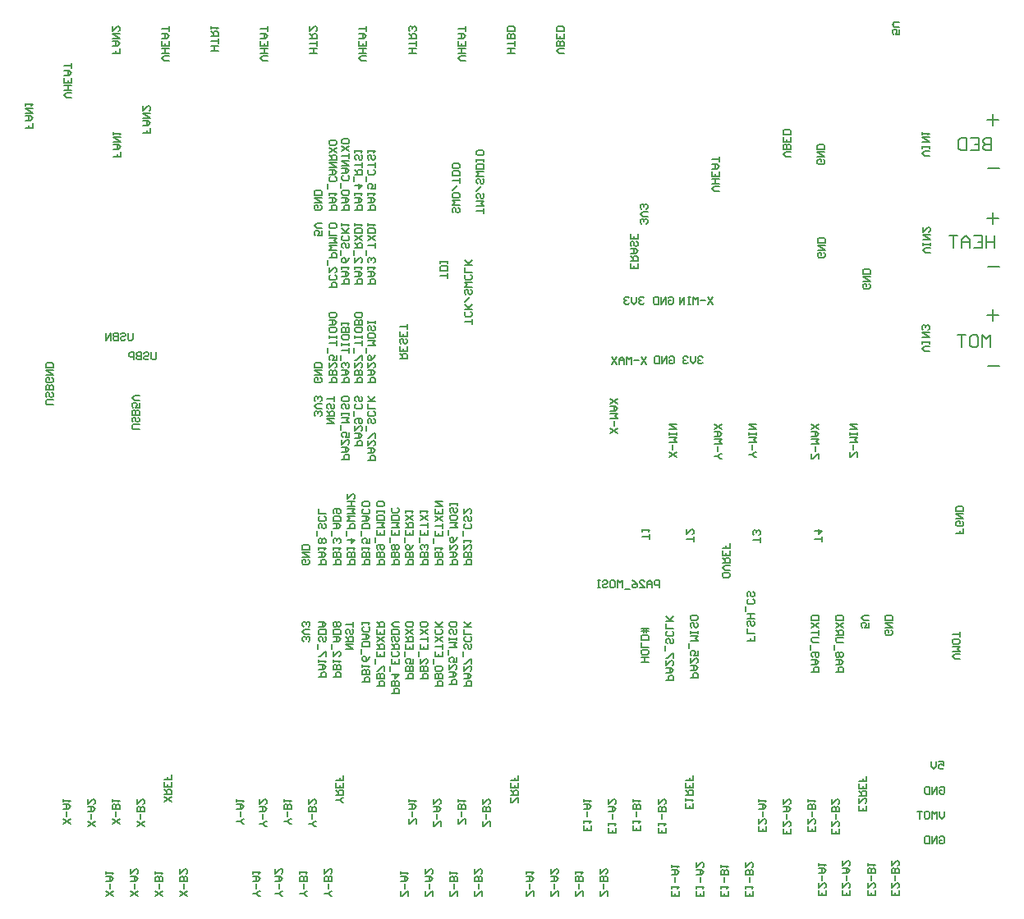
<source format=gbo>
G04 Layer_Color=32896*
%FSLAX24Y24*%
%MOIN*%
G70*
G01*
G75*
%ADD67C,0.0080*%
%ADD125C,0.0060*%
D67*
X40276Y24547D02*
Y25047D01*
X40109Y24880D01*
X39942Y25047D01*
Y24547D01*
X39526Y25047D02*
X39692D01*
X39776Y24964D01*
Y24631D01*
X39692Y24547D01*
X39526D01*
X39443Y24631D01*
Y24964D01*
X39526Y25047D01*
X39276D02*
X38943D01*
X39109D01*
Y24547D01*
X40423Y29083D02*
Y28583D01*
Y28833D01*
X40090D01*
Y29083D01*
Y28583D01*
X39590Y29083D02*
X39923D01*
Y28583D01*
X39590D01*
X39923Y28833D02*
X39757D01*
X39424Y28583D02*
Y28916D01*
X39257Y29083D01*
X39090Y28916D01*
Y28583D01*
Y28833D01*
X39424D01*
X38924Y29083D02*
X38590D01*
X38757D01*
Y28583D01*
X40305Y33059D02*
Y32559D01*
X40055D01*
X39972Y32642D01*
Y32726D01*
X40055Y32809D01*
X40305D01*
X40055D01*
X39972Y32892D01*
Y32976D01*
X40055Y33059D01*
X40305D01*
X39472D02*
X39805D01*
Y32559D01*
X39472D01*
X39805Y32809D02*
X39639D01*
X39305Y33059D02*
Y32559D01*
X39056D01*
X38972Y32642D01*
Y32976D01*
X39056Y33059D01*
X39305D01*
X40148Y23805D02*
X40614D01*
X40149Y31828D02*
X40616D01*
X40149Y27828D02*
X40616D01*
X40138Y25852D02*
X40604D01*
X40371Y26085D02*
Y25619D01*
X40140Y29809D02*
X40607D01*
X40373Y30042D02*
Y29576D01*
X40140Y33809D02*
X40607D01*
X40373Y34042D02*
Y33576D01*
D125*
X38206Y6657D02*
X38256Y6707D01*
X38356D01*
X38406Y6657D01*
Y6457D01*
X38356Y6407D01*
X38256D01*
X38206Y6457D01*
Y6557D01*
X38306D01*
X38106Y6407D02*
Y6707D01*
X37906Y6407D01*
Y6707D01*
X37806D02*
Y6407D01*
X37656D01*
X37606Y6457D01*
Y6657D01*
X37656Y6707D01*
X37806D01*
X2967Y34695D02*
X2767D01*
X2667Y34795D01*
X2767Y34895D01*
X2967D01*
Y34995D02*
X2667D01*
X2817D01*
Y35195D01*
X2967D01*
X2667D01*
X2967Y35495D02*
Y35295D01*
X2667D01*
Y35495D01*
X2817Y35295D02*
Y35395D01*
X2667Y35595D02*
X2867D01*
X2967Y35695D01*
X2867Y35795D01*
X2667D01*
X2817D01*
Y35595D01*
X2967Y35894D02*
Y36094D01*
Y35994D01*
X2667D01*
X2927Y5191D02*
X2627Y5391D01*
X2927D02*
X2627Y5191D01*
X2777Y5491D02*
Y5691D01*
X2627Y5791D02*
X2827D01*
X2927Y5891D01*
X2827Y5991D01*
X2627D01*
X2777D01*
Y5791D01*
X2627Y6091D02*
Y6191D01*
Y6141D01*
X2927D01*
X2877Y6091D01*
X3927Y5091D02*
X3627Y5291D01*
X3927D02*
X3627Y5091D01*
X3777Y5391D02*
Y5591D01*
X3627Y5691D02*
X3827D01*
X3927Y5791D01*
X3827Y5891D01*
X3627D01*
X3777D01*
Y5691D01*
X3627Y6191D02*
Y5991D01*
X3827Y6191D01*
X3877D01*
X3927Y6141D01*
Y6041D01*
X3877Y5991D01*
X4927Y5191D02*
X4627Y5391D01*
X4927D02*
X4627Y5191D01*
X4777Y5491D02*
Y5691D01*
X4927Y5791D02*
X4627D01*
Y5941D01*
X4677Y5991D01*
X4727D01*
X4777Y5941D01*
Y5791D01*
Y5941D01*
X4827Y5991D01*
X4877D01*
X4927Y5941D01*
Y5791D01*
X4627Y6091D02*
Y6191D01*
Y6141D01*
X4927D01*
X4877Y6091D01*
X5927Y5091D02*
X5627Y5291D01*
X5927D02*
X5627Y5091D01*
X5777Y5391D02*
Y5591D01*
X5927Y5691D02*
X5627D01*
Y5841D01*
X5677Y5891D01*
X5727D01*
X5777Y5841D01*
Y5691D01*
Y5841D01*
X5827Y5891D01*
X5877D01*
X5927Y5841D01*
Y5691D01*
X5627Y6191D02*
Y5991D01*
X5827Y6191D01*
X5877D01*
X5927Y6141D01*
Y6041D01*
X5877Y5991D01*
X12892Y5091D02*
X12842D01*
X12742Y5191D01*
X12842Y5291D01*
X12892D01*
X12742Y5191D02*
X12592D01*
X12742Y5391D02*
Y5591D01*
X12892Y5691D02*
X12592D01*
Y5841D01*
X12642Y5891D01*
X12692D01*
X12742Y5841D01*
Y5691D01*
Y5841D01*
X12792Y5891D01*
X12842D01*
X12892Y5841D01*
Y5691D01*
X12592Y6191D02*
Y5991D01*
X12792Y6191D01*
X12842D01*
X12892Y6141D01*
Y6041D01*
X12842Y5991D01*
X11892Y5191D02*
X11842D01*
X11742Y5291D01*
X11842Y5391D01*
X11892D01*
X11742Y5291D02*
X11592D01*
X11742Y5491D02*
Y5691D01*
X11892Y5791D02*
X11592D01*
Y5941D01*
X11642Y5991D01*
X11692D01*
X11742Y5941D01*
Y5791D01*
Y5941D01*
X11792Y5991D01*
X11842D01*
X11892Y5941D01*
Y5791D01*
X11592Y6091D02*
Y6191D01*
Y6141D01*
X11892D01*
X11842Y6091D01*
X10892Y5091D02*
X10842D01*
X10742Y5191D01*
X10842Y5291D01*
X10892D01*
X10742Y5191D02*
X10592D01*
X10742Y5391D02*
Y5591D01*
X10592Y5691D02*
X10792D01*
X10892Y5791D01*
X10792Y5891D01*
X10592D01*
X10742D01*
Y5691D01*
X10592Y6191D02*
Y5991D01*
X10792Y6191D01*
X10842D01*
X10892Y6141D01*
Y6041D01*
X10842Y5991D01*
X9970Y5191D02*
X9920D01*
X9820Y5291D01*
X9920Y5391D01*
X9970D01*
X9820Y5291D02*
X9670D01*
X9820Y5491D02*
Y5691D01*
X9670Y5791D02*
X9870D01*
X9970Y5891D01*
X9870Y5991D01*
X9670D01*
X9820D01*
Y5791D01*
X9670Y6091D02*
Y6191D01*
Y6141D01*
X9970D01*
X9920Y6091D01*
X19962Y5091D02*
Y5291D01*
X19912D01*
X19712Y5091D01*
X19662D01*
Y5291D01*
X19812Y5391D02*
Y5591D01*
X19962Y5691D02*
X19662D01*
Y5841D01*
X19712Y5891D01*
X19762D01*
X19812Y5841D01*
Y5691D01*
Y5841D01*
X19862Y5891D01*
X19912D01*
X19962Y5841D01*
Y5691D01*
X19662Y6191D02*
Y5991D01*
X19862Y6191D01*
X19912D01*
X19962Y6141D01*
Y6041D01*
X19912Y5991D01*
X18962Y5191D02*
Y5391D01*
X18912D01*
X18712Y5191D01*
X18662D01*
Y5391D01*
X18812Y5491D02*
Y5691D01*
X18962Y5791D02*
X18662D01*
Y5941D01*
X18712Y5991D01*
X18762D01*
X18812Y5941D01*
Y5791D01*
Y5941D01*
X18862Y5991D01*
X18912D01*
X18962Y5941D01*
Y5791D01*
X18662Y6091D02*
Y6191D01*
Y6141D01*
X18962D01*
X18912Y6091D01*
X17962Y5091D02*
Y5291D01*
X17912D01*
X17712Y5091D01*
X17662D01*
Y5291D01*
X17812Y5391D02*
Y5591D01*
X17662Y5691D02*
X17862D01*
X17962Y5791D01*
X17862Y5891D01*
X17662D01*
X17812D01*
Y5691D01*
X17662Y6191D02*
Y5991D01*
X17862Y6191D01*
X17912D01*
X17962Y6141D01*
Y6041D01*
X17912Y5991D01*
X16962Y5191D02*
Y5391D01*
X16912D01*
X16712Y5191D01*
X16662D01*
Y5391D01*
X16812Y5491D02*
Y5691D01*
X16662Y5791D02*
X16862D01*
X16962Y5891D01*
X16862Y5991D01*
X16662D01*
X16812D01*
Y5791D01*
X16662Y6091D02*
Y6191D01*
Y6141D01*
X16962D01*
X16912Y6091D01*
X27081Y5041D02*
Y4841D01*
X26781D01*
Y5041D01*
X26931Y4841D02*
Y4941D01*
X26781Y5141D02*
Y5241D01*
Y5191D01*
X27081D01*
X27031Y5141D01*
X26931Y5391D02*
Y5591D01*
X27081Y5691D02*
X26781D01*
Y5841D01*
X26831Y5891D01*
X26881D01*
X26931Y5841D01*
Y5691D01*
Y5841D01*
X26981Y5891D01*
X27031D01*
X27081Y5841D01*
Y5691D01*
X26781Y6191D02*
Y5991D01*
X26981Y6191D01*
X27031D01*
X27081Y6141D01*
Y6041D01*
X27031Y5991D01*
X26058Y5141D02*
Y4941D01*
X25758D01*
Y5141D01*
X25908Y4941D02*
Y5041D01*
X25758Y5241D02*
Y5341D01*
Y5291D01*
X26058D01*
X26008Y5241D01*
X25908Y5491D02*
Y5691D01*
X26058Y5791D02*
X25758D01*
Y5941D01*
X25808Y5991D01*
X25858D01*
X25908Y5941D01*
Y5791D01*
Y5941D01*
X25958Y5991D01*
X26008D01*
X26058Y5941D01*
Y5791D01*
X25758Y6091D02*
Y6191D01*
Y6141D01*
X26058D01*
X26008Y6091D01*
X25074Y5041D02*
Y4841D01*
X24774D01*
Y5041D01*
X24924Y4841D02*
Y4941D01*
X24774Y5141D02*
Y5241D01*
Y5191D01*
X25074D01*
X25024Y5141D01*
X24924Y5391D02*
Y5591D01*
X24774Y5691D02*
X24974D01*
X25074Y5791D01*
X24974Y5891D01*
X24774D01*
X24924D01*
Y5691D01*
X24774Y6191D02*
Y5991D01*
X24974Y6191D01*
X25024D01*
X25074Y6141D01*
Y6041D01*
X25024Y5991D01*
X24050Y5141D02*
Y4941D01*
X23750D01*
Y5141D01*
X23900Y4941D02*
Y5041D01*
X23750Y5241D02*
Y5341D01*
Y5291D01*
X24050D01*
X24000Y5241D01*
X23900Y5491D02*
Y5691D01*
X23750Y5791D02*
X23950D01*
X24050Y5891D01*
X23950Y5991D01*
X23750D01*
X23900D01*
Y5791D01*
X23750Y6091D02*
Y6191D01*
Y6141D01*
X24050D01*
X24000Y6091D01*
X34138Y4984D02*
Y4784D01*
X33839D01*
Y4984D01*
X33989Y4784D02*
Y4884D01*
X33839Y5284D02*
Y5084D01*
X34039Y5284D01*
X34088D01*
X34138Y5234D01*
Y5134D01*
X34088Y5084D01*
X33989Y5383D02*
Y5583D01*
X34138Y5683D02*
X33839D01*
Y5833D01*
X33889Y5883D01*
X33939D01*
X33989Y5833D01*
Y5683D01*
Y5833D01*
X34039Y5883D01*
X34088D01*
X34138Y5833D01*
Y5683D01*
X33839Y6183D02*
Y5983D01*
X34039Y6183D01*
X34088D01*
X34138Y6133D01*
Y6033D01*
X34088Y5983D01*
X33174Y5084D02*
Y4884D01*
X32874D01*
Y5084D01*
X33024Y4884D02*
Y4984D01*
X32874Y5383D02*
Y5184D01*
X33074Y5383D01*
X33124D01*
X33174Y5333D01*
Y5234D01*
X33124Y5184D01*
X33024Y5483D02*
Y5683D01*
X33174Y5783D02*
X32874D01*
Y5933D01*
X32924Y5983D01*
X32974D01*
X33024Y5933D01*
Y5783D01*
Y5933D01*
X33074Y5983D01*
X33124D01*
X33174Y5933D01*
Y5783D01*
X32874Y6083D02*
Y6183D01*
Y6133D01*
X33174D01*
X33124Y6083D01*
X32150Y4984D02*
Y4784D01*
X31850D01*
Y4984D01*
X32000Y4784D02*
Y4884D01*
X31850Y5284D02*
Y5084D01*
X32050Y5284D01*
X32100D01*
X32150Y5234D01*
Y5134D01*
X32100Y5084D01*
X32000Y5383D02*
Y5583D01*
X31850Y5683D02*
X32050D01*
X32150Y5783D01*
X32050Y5883D01*
X31850D01*
X32000D01*
Y5683D01*
X31850Y6183D02*
Y5983D01*
X32050Y6183D01*
X32100D01*
X32150Y6133D01*
Y6033D01*
X32100Y5983D01*
X31164Y5084D02*
Y4884D01*
X30864D01*
Y5084D01*
X31014Y4884D02*
Y4984D01*
X30864Y5383D02*
Y5184D01*
X31064Y5383D01*
X31114D01*
X31164Y5333D01*
Y5234D01*
X31114Y5184D01*
X31014Y5483D02*
Y5683D01*
X30864Y5783D02*
X31064D01*
X31164Y5883D01*
X31064Y5983D01*
X30864D01*
X31014D01*
Y5783D01*
X30864Y6083D02*
Y6183D01*
Y6133D01*
X31164D01*
X31114Y6083D01*
X2229Y22215D02*
X1979D01*
X1929Y22265D01*
Y22365D01*
X1979Y22415D01*
X2229D01*
X2179Y22714D02*
X2229Y22664D01*
Y22564D01*
X2179Y22514D01*
X2129D01*
X2079Y22564D01*
Y22664D01*
X2029Y22714D01*
X1979D01*
X1929Y22664D01*
Y22564D01*
X1979Y22514D01*
X2229Y22814D02*
X1929D01*
Y22964D01*
X1979Y23014D01*
X2029D01*
X2079Y22964D01*
Y22814D01*
Y22964D01*
X2129Y23014D01*
X2179D01*
X2229Y22964D01*
Y22814D01*
X2179Y23314D02*
X2229Y23264D01*
Y23164D01*
X2179Y23114D01*
X1979D01*
X1929Y23164D01*
Y23264D01*
X1979Y23314D01*
X2079D01*
Y23214D01*
X1929Y23414D02*
X2229D01*
X1929Y23614D01*
X2229D01*
Y23714D02*
X1929D01*
Y23864D01*
X1979Y23914D01*
X2179D01*
X2229Y23864D01*
Y23714D01*
X5713Y21211D02*
X5463D01*
X5413Y21261D01*
Y21361D01*
X5463Y21411D01*
X5713D01*
X5663Y21710D02*
X5713Y21660D01*
Y21561D01*
X5663Y21511D01*
X5613D01*
X5563Y21561D01*
Y21660D01*
X5513Y21710D01*
X5463D01*
X5413Y21660D01*
Y21561D01*
X5463Y21511D01*
X5713Y21810D02*
X5413D01*
Y21960D01*
X5463Y22010D01*
X5513D01*
X5563Y21960D01*
Y21810D01*
Y21960D01*
X5613Y22010D01*
X5663D01*
X5713Y21960D01*
Y21810D01*
Y22310D02*
Y22110D01*
X5563D01*
X5613Y22210D01*
Y22260D01*
X5563Y22310D01*
X5463D01*
X5413Y22260D01*
Y22160D01*
X5463Y22110D01*
X5713Y22410D02*
X5513D01*
X5413Y22510D01*
X5513Y22610D01*
X5713D01*
X6398Y24355D02*
Y24105D01*
X6348Y24055D01*
X6248D01*
X6198Y24105D01*
Y24355D01*
X5898Y24305D02*
X5948Y24355D01*
X6048D01*
X6098Y24305D01*
Y24255D01*
X6048Y24205D01*
X5948D01*
X5898Y24155D01*
Y24105D01*
X5948Y24055D01*
X6048D01*
X6098Y24105D01*
X5798Y24355D02*
Y24055D01*
X5648D01*
X5598Y24105D01*
Y24155D01*
X5648Y24205D01*
X5798D01*
X5648D01*
X5598Y24255D01*
Y24305D01*
X5648Y24355D01*
X5798D01*
X5498Y24055D02*
Y24355D01*
X5348D01*
X5298Y24305D01*
Y24205D01*
X5348Y24155D01*
X5498D01*
X4975Y32483D02*
Y32283D01*
X4825D01*
Y32383D01*
Y32283D01*
X4675D01*
Y32583D02*
X4875D01*
X4975Y32683D01*
X4875Y32783D01*
X4675D01*
X4825D01*
Y32583D01*
X4675Y32883D02*
X4975D01*
X4675Y33083D01*
X4975D01*
X4675Y33183D02*
Y33283D01*
Y33233D01*
X4975D01*
X4925Y33183D01*
X6176Y33460D02*
Y33260D01*
X6026D01*
Y33360D01*
Y33260D01*
X5876D01*
Y33560D02*
X6076D01*
X6176Y33660D01*
X6076Y33760D01*
X5876D01*
X6026D01*
Y33560D01*
X5876Y33860D02*
X6176D01*
X5876Y34060D01*
X6176D01*
X5876Y34360D02*
Y34160D01*
X6076Y34360D01*
X6126D01*
X6176Y34310D01*
Y34210D01*
X6126Y34160D01*
X33488Y32188D02*
X33538Y32138D01*
Y32038D01*
X33488Y31988D01*
X33288D01*
X33238Y32038D01*
Y32138D01*
X33288Y32188D01*
X33388D01*
Y32088D01*
X33238Y32288D02*
X33538D01*
X33238Y32488D01*
X33538D01*
Y32588D02*
X33238D01*
Y32738D01*
X33288Y32788D01*
X33488D01*
X33538Y32738D01*
Y32588D01*
X28996Y26604D02*
X28796Y26304D01*
Y26604D02*
X28996Y26304D01*
X28696Y26454D02*
X28496D01*
X28396Y26304D02*
Y26604D01*
X28296Y26504D01*
X28196Y26604D01*
Y26304D01*
X28096Y26604D02*
X27996D01*
X28046D01*
Y26304D01*
X28096D01*
X27996D01*
X27846D02*
Y26604D01*
X27647Y26304D01*
Y26604D01*
X17719Y10807D02*
X18018D01*
Y10957D01*
X17968Y11007D01*
X17869D01*
X17819Y10957D01*
Y10807D01*
X18018Y11107D02*
X17719D01*
Y11257D01*
X17769Y11307D01*
X17819D01*
X17869Y11257D01*
Y11107D01*
Y11257D01*
X17919Y11307D01*
X17968D01*
X18018Y11257D01*
Y11107D01*
X17968Y11407D02*
X18018Y11457D01*
Y11557D01*
X17968Y11607D01*
X17769D01*
X17719Y11557D01*
Y11457D01*
X17769Y11407D01*
X17968D01*
X17669Y11707D02*
Y11907D01*
X18018Y12207D02*
Y12007D01*
X17719D01*
Y12207D01*
X17869Y12007D02*
Y12107D01*
X18018Y12307D02*
Y12507D01*
Y12407D01*
X17719D01*
X18018Y12607D02*
X17719Y12807D01*
X18018D02*
X17719Y12607D01*
X17968Y13106D02*
X18018Y13056D01*
Y12957D01*
X17968Y12907D01*
X17769D01*
X17719Y12957D01*
Y13056D01*
X17769Y13106D01*
X18018Y13206D02*
X17719D01*
X17819D01*
X18018Y13406D01*
X17869Y13256D01*
X17719Y13406D01*
X17129Y11107D02*
X17429D01*
Y11257D01*
X17379Y11307D01*
X17279D01*
X17229Y11257D01*
Y11107D01*
X17429Y11407D02*
X17129D01*
Y11557D01*
X17179Y11607D01*
X17229D01*
X17279Y11557D01*
Y11407D01*
Y11557D01*
X17329Y11607D01*
X17379D01*
X17429Y11557D01*
Y11407D01*
X17129Y11907D02*
Y11707D01*
X17329Y11907D01*
X17379D01*
X17429Y11857D01*
Y11757D01*
X17379Y11707D01*
X17079Y12007D02*
Y12207D01*
X17429Y12507D02*
Y12307D01*
X17129D01*
Y12507D01*
X17279Y12307D02*
Y12407D01*
X17429Y12607D02*
Y12807D01*
Y12707D01*
X17129D01*
X17429Y12907D02*
X17129Y13106D01*
X17429D02*
X17129Y12907D01*
X17379Y13206D02*
X17429Y13256D01*
Y13356D01*
X17379Y13406D01*
X17179D01*
X17129Y13356D01*
Y13256D01*
X17179Y13206D01*
X17379D01*
X16540Y11107D02*
X16839D01*
Y11257D01*
X16789Y11307D01*
X16689D01*
X16639Y11257D01*
Y11107D01*
X16839Y11407D02*
X16540D01*
Y11557D01*
X16589Y11607D01*
X16639D01*
X16689Y11557D01*
Y11407D01*
Y11557D01*
X16739Y11607D01*
X16789D01*
X16839Y11557D01*
Y11407D01*
Y11907D02*
Y11707D01*
X16689D01*
X16739Y11807D01*
Y11857D01*
X16689Y11907D01*
X16589D01*
X16540Y11857D01*
Y11757D01*
X16589Y11707D01*
X16490Y12007D02*
Y12207D01*
X16839Y12507D02*
Y12307D01*
X16540D01*
Y12507D01*
X16689Y12307D02*
Y12407D01*
X16540Y12607D02*
X16839D01*
Y12757D01*
X16789Y12807D01*
X16689D01*
X16639Y12757D01*
Y12607D01*
Y12707D02*
X16540Y12807D01*
X16839Y12907D02*
X16540Y13106D01*
X16839D02*
X16540Y12907D01*
X16789Y13206D02*
X16839Y13256D01*
Y13356D01*
X16789Y13406D01*
X16589D01*
X16540Y13356D01*
Y13256D01*
X16589Y13206D01*
X16789D01*
X15950Y10507D02*
X16250D01*
Y10657D01*
X16200Y10707D01*
X16100D01*
X16050Y10657D01*
Y10507D01*
X16250Y10807D02*
X15950D01*
Y10957D01*
X16000Y11007D01*
X16050D01*
X16100Y10957D01*
Y10807D01*
Y10957D01*
X16150Y11007D01*
X16200D01*
X16250Y10957D01*
Y10807D01*
X15950Y11257D02*
X16250D01*
X16100Y11107D01*
Y11307D01*
X15900Y11407D02*
Y11607D01*
X16250Y11907D02*
Y11707D01*
X15950D01*
Y11907D01*
X16100Y11707D02*
Y11807D01*
X16200Y12207D02*
X16250Y12157D01*
Y12057D01*
X16200Y12007D01*
X16000D01*
X15950Y12057D01*
Y12157D01*
X16000Y12207D01*
X15950Y12307D02*
X16250D01*
Y12457D01*
X16200Y12507D01*
X16100D01*
X16050Y12457D01*
Y12307D01*
Y12407D02*
X15950Y12507D01*
X16200Y12807D02*
X16250Y12757D01*
Y12657D01*
X16200Y12607D01*
X16150D01*
X16100Y12657D01*
Y12757D01*
X16050Y12807D01*
X16000D01*
X15950Y12757D01*
Y12657D01*
X16000Y12607D01*
X16250Y12907D02*
X15950D01*
Y13056D01*
X16000Y13106D01*
X16200D01*
X16250Y13056D01*
Y12907D01*
Y13206D02*
X16050D01*
X15950Y13306D01*
X16050Y13406D01*
X16250D01*
X15360Y10807D02*
X15660D01*
Y10957D01*
X15610Y11007D01*
X15510D01*
X15460Y10957D01*
Y10807D01*
X15660Y11107D02*
X15360D01*
Y11257D01*
X15410Y11307D01*
X15460D01*
X15510Y11257D01*
Y11107D01*
Y11257D01*
X15560Y11307D01*
X15610D01*
X15660Y11257D01*
Y11107D01*
Y11407D02*
Y11607D01*
X15610D01*
X15410Y11407D01*
X15360D01*
X15310Y11707D02*
Y11907D01*
X15660Y12207D02*
Y12007D01*
X15360D01*
Y12207D01*
X15510Y12007D02*
Y12107D01*
X15360Y12307D02*
X15660D01*
Y12457D01*
X15610Y12507D01*
X15510D01*
X15460Y12457D01*
Y12307D01*
Y12407D02*
X15360Y12507D01*
X15660Y12607D02*
X15360Y12807D01*
X15660D02*
X15360Y12607D01*
X15660Y13106D02*
Y12907D01*
X15360D01*
Y13106D01*
X15510Y12907D02*
Y13007D01*
X15360Y13206D02*
X15660D01*
Y13356D01*
X15610Y13406D01*
X15510D01*
X15460Y13356D01*
Y13206D01*
Y13306D02*
X15360Y13406D01*
X18308Y10857D02*
X18608D01*
Y11007D01*
X18558Y11057D01*
X18458D01*
X18408Y11007D01*
Y10857D01*
X18308Y11157D02*
X18508D01*
X18608Y11257D01*
X18508Y11357D01*
X18308D01*
X18458D01*
Y11157D01*
X18308Y11657D02*
Y11457D01*
X18508Y11657D01*
X18558D01*
X18608Y11607D01*
Y11507D01*
X18558Y11457D01*
X18608Y11957D02*
Y11757D01*
X18458D01*
X18508Y11857D01*
Y11907D01*
X18458Y11957D01*
X18358D01*
X18308Y11907D01*
Y11807D01*
X18358Y11757D01*
X18258Y12057D02*
Y12257D01*
X18308Y12357D02*
X18608D01*
X18508Y12457D01*
X18608Y12557D01*
X18308D01*
X18608Y12657D02*
Y12757D01*
Y12707D01*
X18308D01*
Y12657D01*
Y12757D01*
X18558Y13106D02*
X18608Y13056D01*
Y12957D01*
X18558Y12907D01*
X18508D01*
X18458Y12957D01*
Y13056D01*
X18408Y13106D01*
X18358D01*
X18308Y13056D01*
Y12957D01*
X18358Y12907D01*
X18608Y13356D02*
Y13256D01*
X18558Y13206D01*
X18358D01*
X18308Y13256D01*
Y13356D01*
X18358Y13406D01*
X18558D01*
X18608Y13356D01*
X18898Y10807D02*
X19198D01*
Y10957D01*
X19148Y11007D01*
X19048D01*
X18998Y10957D01*
Y10807D01*
X18898Y11107D02*
X19098D01*
X19198Y11207D01*
X19098Y11307D01*
X18898D01*
X19048D01*
Y11107D01*
X18898Y11607D02*
Y11407D01*
X19098Y11607D01*
X19148D01*
X19198Y11557D01*
Y11457D01*
X19148Y11407D01*
X19198Y11707D02*
Y11907D01*
X19148D01*
X18948Y11707D01*
X18898D01*
X18848Y12007D02*
Y12207D01*
X19148Y12507D02*
X19198Y12457D01*
Y12357D01*
X19148Y12307D01*
X19098D01*
X19048Y12357D01*
Y12457D01*
X18998Y12507D01*
X18948D01*
X18898Y12457D01*
Y12357D01*
X18948Y12307D01*
X19148Y12807D02*
X19198Y12757D01*
Y12657D01*
X19148Y12607D01*
X18948D01*
X18898Y12657D01*
Y12757D01*
X18948Y12807D01*
X19198Y12907D02*
X18898D01*
Y13106D01*
X19198Y13206D02*
X18898D01*
X18998D01*
X19198Y13406D01*
X19048Y13256D01*
X18898Y13406D01*
X18910Y15738D02*
X19210D01*
Y15888D01*
X19160Y15938D01*
X19060D01*
X19010Y15888D01*
Y15738D01*
X19210Y16038D02*
X18910D01*
Y16188D01*
X18960Y16238D01*
X19010D01*
X19060Y16188D01*
Y16038D01*
Y16188D01*
X19110Y16238D01*
X19160D01*
X19210Y16188D01*
Y16038D01*
X18910Y16538D02*
Y16338D01*
X19110Y16538D01*
X19160D01*
X19210Y16488D01*
Y16388D01*
X19160Y16338D01*
X18910Y16638D02*
Y16738D01*
Y16688D01*
X19210D01*
X19160Y16638D01*
X18860Y16888D02*
Y17088D01*
X19160Y17388D02*
X19210Y17338D01*
Y17238D01*
X19160Y17188D01*
X18960D01*
X18910Y17238D01*
Y17338D01*
X18960Y17388D01*
X19160Y17688D02*
X19210Y17638D01*
Y17538D01*
X19160Y17488D01*
X19110D01*
X19060Y17538D01*
Y17638D01*
X19010Y17688D01*
X18960D01*
X18910Y17638D01*
Y17538D01*
X18960Y17488D01*
X18910Y17987D02*
Y17788D01*
X19110Y17987D01*
X19160D01*
X19210Y17937D01*
Y17838D01*
X19160Y17788D01*
X18318Y15738D02*
X18618D01*
Y15888D01*
X18568Y15938D01*
X18468D01*
X18418Y15888D01*
Y15738D01*
X18318Y16038D02*
X18518D01*
X18618Y16138D01*
X18518Y16238D01*
X18318D01*
X18468D01*
Y16038D01*
X18318Y16538D02*
Y16338D01*
X18518Y16538D01*
X18568D01*
X18618Y16488D01*
Y16388D01*
X18568Y16338D01*
X18618Y16838D02*
X18568Y16738D01*
X18468Y16638D01*
X18368D01*
X18318Y16688D01*
Y16788D01*
X18368Y16838D01*
X18418D01*
X18468Y16788D01*
Y16638D01*
X18268Y16938D02*
Y17138D01*
X18318Y17238D02*
X18618D01*
X18518Y17338D01*
X18618Y17438D01*
X18318D01*
X18618Y17688D02*
Y17588D01*
X18568Y17538D01*
X18368D01*
X18318Y17588D01*
Y17688D01*
X18368Y17738D01*
X18568D01*
X18618Y17688D01*
X18568Y18037D02*
X18618Y17987D01*
Y17887D01*
X18568Y17838D01*
X18518D01*
X18468Y17887D01*
Y17987D01*
X18418Y18037D01*
X18368D01*
X18318Y17987D01*
Y17887D01*
X18368Y17838D01*
X18618Y18137D02*
Y18237D01*
Y18187D01*
X18318D01*
Y18137D01*
Y18237D01*
X15361Y15738D02*
X15661D01*
Y15888D01*
X15611Y15938D01*
X15511D01*
X15461Y15888D01*
Y15738D01*
X15661Y16038D02*
X15361D01*
Y16188D01*
X15411Y16238D01*
X15461D01*
X15511Y16188D01*
Y16038D01*
Y16188D01*
X15561Y16238D01*
X15611D01*
X15661Y16188D01*
Y16038D01*
X15411Y16338D02*
X15361Y16388D01*
Y16488D01*
X15411Y16538D01*
X15611D01*
X15661Y16488D01*
Y16388D01*
X15611Y16338D01*
X15561D01*
X15511Y16388D01*
Y16538D01*
X15311Y16638D02*
Y16838D01*
X15661Y17138D02*
Y16938D01*
X15361D01*
Y17138D01*
X15511Y16938D02*
Y17038D01*
X15361Y17238D02*
X15661D01*
X15561Y17338D01*
X15661Y17438D01*
X15361D01*
X15661Y17538D02*
X15361D01*
Y17688D01*
X15411Y17738D01*
X15611D01*
X15661Y17688D01*
Y17538D01*
Y17838D02*
Y17937D01*
Y17887D01*
X15361D01*
Y17838D01*
Y17937D01*
X15661Y18237D02*
Y18137D01*
X15611Y18087D01*
X15411D01*
X15361Y18137D01*
Y18237D01*
X15411Y18287D01*
X15611D01*
X15661Y18237D01*
X15952Y15738D02*
X16252D01*
Y15888D01*
X16202Y15938D01*
X16102D01*
X16052Y15888D01*
Y15738D01*
X16252Y16038D02*
X15952D01*
Y16188D01*
X16002Y16238D01*
X16052D01*
X16102Y16188D01*
Y16038D01*
Y16188D01*
X16152Y16238D01*
X16202D01*
X16252Y16188D01*
Y16038D01*
X16202Y16338D02*
X16252Y16388D01*
Y16488D01*
X16202Y16538D01*
X16152D01*
X16102Y16488D01*
X16052Y16538D01*
X16002D01*
X15952Y16488D01*
Y16388D01*
X16002Y16338D01*
X16052D01*
X16102Y16388D01*
X16152Y16338D01*
X16202D01*
X16102Y16388D02*
Y16488D01*
X15902Y16638D02*
Y16838D01*
X16252Y17138D02*
Y16938D01*
X15952D01*
Y17138D01*
X16102Y16938D02*
Y17038D01*
X15952Y17238D02*
X16252D01*
X16152Y17338D01*
X16252Y17438D01*
X15952D01*
X16252Y17538D02*
X15952D01*
Y17688D01*
X16002Y17738D01*
X16202D01*
X16252Y17688D01*
Y17538D01*
X16202Y18037D02*
X16252Y17987D01*
Y17887D01*
X16202Y17838D01*
X16002D01*
X15952Y17887D01*
Y17987D01*
X16002Y18037D01*
X16544Y15738D02*
X16844D01*
Y15888D01*
X16794Y15938D01*
X16694D01*
X16644Y15888D01*
Y15738D01*
X16844Y16038D02*
X16544D01*
Y16188D01*
X16594Y16238D01*
X16644D01*
X16694Y16188D01*
Y16038D01*
Y16188D01*
X16744Y16238D01*
X16794D01*
X16844Y16188D01*
Y16038D01*
Y16538D02*
X16794Y16438D01*
X16694Y16338D01*
X16594D01*
X16544Y16388D01*
Y16488D01*
X16594Y16538D01*
X16644D01*
X16694Y16488D01*
Y16338D01*
X16494Y16638D02*
Y16838D01*
X16844Y17138D02*
Y16938D01*
X16544D01*
Y17138D01*
X16694Y16938D02*
Y17038D01*
X16544Y17238D02*
X16844D01*
Y17388D01*
X16794Y17438D01*
X16694D01*
X16644Y17388D01*
Y17238D01*
Y17338D02*
X16544Y17438D01*
X16844Y17538D02*
X16544Y17738D01*
X16844D02*
X16544Y17538D01*
Y17838D02*
Y17937D01*
Y17887D01*
X16844D01*
X16794Y17838D01*
X17135Y15738D02*
X17435D01*
Y15888D01*
X17385Y15938D01*
X17285D01*
X17235Y15888D01*
Y15738D01*
X17435Y16038D02*
X17135D01*
Y16188D01*
X17185Y16238D01*
X17235D01*
X17285Y16188D01*
Y16038D01*
Y16188D01*
X17335Y16238D01*
X17385D01*
X17435Y16188D01*
Y16038D01*
X17385Y16338D02*
X17435Y16388D01*
Y16488D01*
X17385Y16538D01*
X17335D01*
X17285Y16488D01*
Y16438D01*
Y16488D01*
X17235Y16538D01*
X17185D01*
X17135Y16488D01*
Y16388D01*
X17185Y16338D01*
X17085Y16638D02*
Y16838D01*
X17435Y17138D02*
Y16938D01*
X17135D01*
Y17138D01*
X17285Y16938D02*
Y17038D01*
X17435Y17238D02*
Y17438D01*
Y17338D01*
X17135D01*
X17435Y17538D02*
X17135Y17738D01*
X17435D02*
X17135Y17538D01*
Y17838D02*
Y17937D01*
Y17887D01*
X17435D01*
X17385Y17838D01*
X17727Y15738D02*
X18027D01*
Y15888D01*
X17977Y15938D01*
X17877D01*
X17827Y15888D01*
Y15738D01*
X18027Y16038D02*
X17727D01*
Y16188D01*
X17777Y16238D01*
X17827D01*
X17877Y16188D01*
Y16038D01*
Y16188D01*
X17927Y16238D01*
X17977D01*
X18027Y16188D01*
Y16038D01*
X17727Y16338D02*
Y16438D01*
Y16388D01*
X18027D01*
X17977Y16338D01*
X17677Y16588D02*
Y16788D01*
X18027Y17088D02*
Y16888D01*
X17727D01*
Y17088D01*
X17877Y16888D02*
Y16988D01*
X18027Y17188D02*
Y17388D01*
Y17288D01*
X17727D01*
X18027Y17488D02*
X17727Y17688D01*
X18027D02*
X17727Y17488D01*
X18027Y17987D02*
Y17788D01*
X17727D01*
Y17987D01*
X17877Y17788D02*
Y17887D01*
X17727Y18087D02*
X18027D01*
X17727Y18287D01*
X18027D01*
X29690Y15357D02*
Y15257D01*
X29640Y15207D01*
X29440D01*
X29390Y15257D01*
Y15357D01*
X29440Y15407D01*
X29640D01*
X29690Y15357D01*
Y15507D02*
X29490D01*
X29390Y15607D01*
X29490Y15707D01*
X29690D01*
X29390Y15806D02*
X29690D01*
Y15956D01*
X29640Y16006D01*
X29540D01*
X29490Y15956D01*
Y15806D01*
Y15906D02*
X29390Y16006D01*
X29690Y16306D02*
Y16106D01*
X29390D01*
Y16306D01*
X29540Y16106D02*
Y16206D01*
X29690Y16606D02*
Y16406D01*
X29540D01*
Y16506D01*
Y16406D01*
X29390D01*
X30920Y16614D02*
Y16814D01*
Y16714D01*
X30620D01*
X30870Y16914D02*
X30920Y16964D01*
Y17064D01*
X30870Y17114D01*
X30820D01*
X30770Y17064D01*
Y17014D01*
Y17064D01*
X30720Y17114D01*
X30670D01*
X30620Y17064D01*
Y16964D01*
X30670Y16914D01*
X28213Y16644D02*
Y16844D01*
Y16744D01*
X27913D01*
Y17144D02*
Y16944D01*
X28113Y17144D01*
X28163D01*
X28213Y17094D01*
Y16994D01*
X28163Y16944D01*
X26442Y16772D02*
Y16972D01*
Y16872D01*
X26142D01*
Y17072D02*
Y17172D01*
Y17122D01*
X26442D01*
X26392Y17072D01*
X33440Y16654D02*
Y16853D01*
Y16754D01*
X33140D01*
Y17103D02*
X33440D01*
X33290Y16953D01*
Y17153D01*
X6921Y36184D02*
X6721D01*
X6621Y36284D01*
X6721Y36384D01*
X6921D01*
Y36484D02*
X6621D01*
X6771D01*
Y36684D01*
X6921D01*
X6621D01*
X6921Y36984D02*
Y36784D01*
X6621D01*
Y36984D01*
X6771Y36784D02*
Y36884D01*
X6621Y37084D02*
X6821D01*
X6921Y37184D01*
X6821Y37283D01*
X6621D01*
X6771D01*
Y37084D01*
X6921Y37383D02*
Y37583D01*
Y37483D01*
X6621D01*
X28091Y11122D02*
X28390D01*
Y11272D01*
X28340Y11322D01*
X28240D01*
X28191Y11272D01*
Y11122D01*
X28091Y11422D02*
X28290D01*
X28390Y11522D01*
X28290Y11622D01*
X28091D01*
X28240D01*
Y11422D01*
X28091Y11922D02*
Y11722D01*
X28290Y11922D01*
X28340D01*
X28390Y11872D01*
Y11772D01*
X28340Y11722D01*
X28390Y12222D02*
Y12022D01*
X28240D01*
X28290Y12122D01*
Y12172D01*
X28240Y12222D01*
X28141D01*
X28091Y12172D01*
Y12072D01*
X28141Y12022D01*
X28041Y12322D02*
Y12522D01*
X28091Y12622D02*
X28390D01*
X28290Y12722D01*
X28390Y12822D01*
X28091D01*
X28390Y12921D02*
Y13021D01*
Y12971D01*
X28091D01*
Y12921D01*
Y13021D01*
X28340Y13371D02*
X28390Y13321D01*
Y13221D01*
X28340Y13171D01*
X28290D01*
X28240Y13221D01*
Y13321D01*
X28191Y13371D01*
X28141D01*
X28091Y13321D01*
Y13221D01*
X28141Y13171D01*
X28390Y13621D02*
Y13521D01*
X28340Y13471D01*
X28141D01*
X28091Y13521D01*
Y13621D01*
X28141Y13671D01*
X28340D01*
X28390Y13621D01*
X26821Y14793D02*
Y15093D01*
X26671D01*
X26621Y15043D01*
Y14943D01*
X26671Y14893D01*
X26821D01*
X26521Y14793D02*
Y14993D01*
X26421Y15093D01*
X26321Y14993D01*
Y14793D01*
Y14943D01*
X26521D01*
X26021Y14793D02*
X26221D01*
X26021Y14993D01*
Y15043D01*
X26071Y15093D01*
X26171D01*
X26221Y15043D01*
X25721Y15093D02*
X25821Y15043D01*
X25921Y14943D01*
Y14843D01*
X25871Y14793D01*
X25771D01*
X25721Y14843D01*
Y14893D01*
X25771Y14943D01*
X25921D01*
X25621Y14743D02*
X25421D01*
X25321Y14793D02*
Y15093D01*
X25221Y14993D01*
X25121Y15093D01*
Y14793D01*
X24871Y15093D02*
X24971D01*
X25021Y15043D01*
Y14843D01*
X24971Y14793D01*
X24871D01*
X24822Y14843D01*
Y15043D01*
X24871Y15093D01*
X24522Y15043D02*
X24572Y15093D01*
X24672D01*
X24722Y15043D01*
Y14993D01*
X24672Y14943D01*
X24572D01*
X24522Y14893D01*
Y14843D01*
X24572Y14793D01*
X24672D01*
X24722Y14843D01*
X24422Y15093D02*
X24322D01*
X24372D01*
Y14793D01*
X24422D01*
X24322D01*
X27106Y11014D02*
X27406D01*
Y11164D01*
X27356Y11214D01*
X27256D01*
X27206Y11164D01*
Y11014D01*
X27106Y11314D02*
X27306D01*
X27406Y11414D01*
X27306Y11514D01*
X27106D01*
X27256D01*
Y11314D01*
X27106Y11814D02*
Y11614D01*
X27306Y11814D01*
X27356D01*
X27406Y11764D01*
Y11664D01*
X27356Y11614D01*
X27406Y11913D02*
Y12113D01*
X27356D01*
X27156Y11913D01*
X27106D01*
X27056Y12213D02*
Y12413D01*
X27356Y12713D02*
X27406Y12663D01*
Y12563D01*
X27356Y12513D01*
X27306D01*
X27256Y12563D01*
Y12663D01*
X27206Y12713D01*
X27156D01*
X27106Y12663D01*
Y12563D01*
X27156Y12513D01*
X27356Y13013D02*
X27406Y12963D01*
Y12863D01*
X27356Y12813D01*
X27156D01*
X27106Y12863D01*
Y12963D01*
X27156Y13013D01*
X27406Y13113D02*
X27106D01*
Y13313D01*
X27406Y13413D02*
X27106D01*
X27206D01*
X27406Y13613D01*
X27256Y13463D01*
X27106Y13613D01*
X35241Y5938D02*
Y5738D01*
X34941D01*
Y5938D01*
X35091Y5738D02*
Y5838D01*
X34941Y6238D02*
Y6038D01*
X35141Y6238D01*
X35191D01*
X35241Y6188D01*
Y6088D01*
X35191Y6038D01*
X34941Y6338D02*
X35241D01*
Y6488D01*
X35191Y6538D01*
X35091D01*
X35041Y6488D01*
Y6338D01*
Y6438D02*
X34941Y6538D01*
X35241Y6838D02*
Y6638D01*
X34941D01*
Y6838D01*
X35091Y6638D02*
Y6738D01*
X35241Y7138D02*
Y6938D01*
X35091D01*
Y7038D01*
Y6938D01*
X34941D01*
X28203Y6027D02*
Y5827D01*
X27904D01*
Y6027D01*
X28053Y5827D02*
Y5927D01*
X27904Y6127D02*
Y6227D01*
Y6177D01*
X28203D01*
X28153Y6127D01*
X27904Y6377D02*
X28203D01*
Y6527D01*
X28153Y6577D01*
X28053D01*
X28004Y6527D01*
Y6377D01*
Y6477D02*
X27904Y6577D01*
X28203Y6876D02*
Y6676D01*
X27904D01*
Y6876D01*
X28053Y6676D02*
Y6776D01*
X28203Y7176D02*
Y6976D01*
X28053D01*
Y7076D01*
Y6976D01*
X27904D01*
X21097Y6053D02*
Y6253D01*
X21047D01*
X20847Y6053D01*
X20797D01*
Y6253D01*
Y6353D02*
X21097D01*
Y6503D01*
X21047Y6553D01*
X20947D01*
X20897Y6503D01*
Y6353D01*
Y6453D02*
X20797Y6553D01*
X21097Y6853D02*
Y6653D01*
X20797D01*
Y6853D01*
X20947Y6653D02*
Y6753D01*
X21097Y7153D02*
Y6953D01*
X20947D01*
Y7053D01*
Y6953D01*
X20797D01*
X14001Y6073D02*
X13951D01*
X13851Y6173D01*
X13951Y6273D01*
X14001D01*
X13851Y6173D02*
X13701D01*
Y6373D02*
X14001D01*
Y6523D01*
X13951Y6573D01*
X13851D01*
X13801Y6523D01*
Y6373D01*
Y6473D02*
X13701Y6573D01*
X14001Y6873D02*
Y6673D01*
X13701D01*
Y6873D01*
X13851Y6673D02*
Y6773D01*
X14001Y7172D02*
Y6973D01*
X13851D01*
Y7073D01*
Y6973D01*
X13701D01*
X7022Y6093D02*
X6722Y6292D01*
X7022D02*
X6722Y6093D01*
Y6392D02*
X7022D01*
Y6542D01*
X6972Y6592D01*
X6872D01*
X6822Y6542D01*
Y6392D01*
Y6492D02*
X6722Y6592D01*
X7022Y6892D02*
Y6692D01*
X6722D01*
Y6892D01*
X6872Y6692D02*
Y6792D01*
X7022Y7192D02*
Y6992D01*
X6872D01*
Y7092D01*
Y6992D01*
X6722D01*
X12583Y12607D02*
X12633Y12657D01*
Y12757D01*
X12583Y12807D01*
X12533D01*
X12483Y12757D01*
Y12707D01*
Y12757D01*
X12433Y12807D01*
X12383D01*
X12333Y12757D01*
Y12657D01*
X12383Y12607D01*
X12633Y12907D02*
X12433D01*
X12333Y13007D01*
X12433Y13106D01*
X12633D01*
X12583Y13206D02*
X12633Y13256D01*
Y13356D01*
X12583Y13406D01*
X12533D01*
X12483Y13356D01*
Y13306D01*
Y13356D01*
X12433Y13406D01*
X12383D01*
X12333Y13356D01*
Y13256D01*
X12383Y13206D01*
X33002Y11363D02*
X33302D01*
Y11513D01*
X33252Y11563D01*
X33152D01*
X33102Y11513D01*
Y11363D01*
X33002Y11663D02*
X33202D01*
X33302Y11763D01*
X33202Y11863D01*
X33002D01*
X33152D01*
Y11663D01*
X33052Y11963D02*
X33002Y12013D01*
Y12113D01*
X33052Y12163D01*
X33252D01*
X33302Y12113D01*
Y12013D01*
X33252Y11963D01*
X33202D01*
X33152Y12013D01*
Y12163D01*
X32952Y12263D02*
Y12463D01*
X33302Y12563D02*
X33052D01*
X33002Y12613D01*
Y12713D01*
X33052Y12763D01*
X33302D01*
Y12863D02*
Y13063D01*
Y12963D01*
X33002D01*
X33302Y13163D02*
X33002Y13363D01*
X33302D02*
X33002Y13163D01*
X33302Y13463D02*
X33002D01*
Y13613D01*
X33052Y13663D01*
X33252D01*
X33302Y13613D01*
Y13463D01*
X38176Y7721D02*
X38376D01*
Y7571D01*
X38276Y7621D01*
X38226D01*
X38176Y7571D01*
Y7471D01*
X38226Y7421D01*
X38326D01*
X38376Y7471D01*
X38076Y7721D02*
Y7521D01*
X37976Y7421D01*
X37876Y7521D01*
Y7721D01*
X38386Y5694D02*
Y5494D01*
X38286Y5394D01*
X38186Y5494D01*
Y5694D01*
X38086Y5394D02*
Y5694D01*
X37986Y5594D01*
X37886Y5694D01*
Y5394D01*
X37636Y5694D02*
X37736D01*
X37786Y5644D01*
Y5444D01*
X37736Y5394D01*
X37636D01*
X37586Y5444D01*
Y5644D01*
X37636Y5694D01*
X37486D02*
X37286D01*
X37386D01*
Y5394D01*
X10930Y36184D02*
X10730D01*
X10630Y36284D01*
X10730Y36384D01*
X10930D01*
Y36484D02*
X10630D01*
X10780D01*
Y36684D01*
X10930D01*
X10630D01*
X10930Y36984D02*
Y36784D01*
X10630D01*
Y36984D01*
X10780Y36784D02*
Y36884D01*
X10630Y37084D02*
X10830D01*
X10930Y37184D01*
X10830Y37283D01*
X10630D01*
X10780D01*
Y37084D01*
X10930Y37383D02*
Y37583D01*
Y37483D01*
X10630D01*
X22957Y36484D02*
X22757D01*
X22657Y36584D01*
X22757Y36684D01*
X22957D01*
Y36784D02*
X22657D01*
Y36934D01*
X22707Y36984D01*
X22757D01*
X22807Y36934D01*
Y36784D01*
Y36934D01*
X22857Y36984D01*
X22907D01*
X22957Y36934D01*
Y36784D01*
Y37283D02*
Y37084D01*
X22657D01*
Y37283D01*
X22807Y37084D02*
Y37184D01*
X22957Y37383D02*
X22657D01*
Y37533D01*
X22707Y37583D01*
X22907D01*
X22957Y37533D01*
Y37383D01*
X18948Y36184D02*
X18748D01*
X18648Y36284D01*
X18748Y36384D01*
X18948D01*
Y36484D02*
X18648D01*
X18798D01*
Y36684D01*
X18948D01*
X18648D01*
X18948Y36984D02*
Y36784D01*
X18648D01*
Y36984D01*
X18798Y36784D02*
Y36884D01*
X18648Y37084D02*
X18848D01*
X18948Y37184D01*
X18848Y37283D01*
X18648D01*
X18798D01*
Y37084D01*
X18948Y37383D02*
Y37583D01*
Y37483D01*
X18648D01*
X14939Y36184D02*
X14739D01*
X14639Y36284D01*
X14739Y36384D01*
X14939D01*
Y36484D02*
X14639D01*
X14789D01*
Y36684D01*
X14939D01*
X14639D01*
X14939Y36984D02*
Y36784D01*
X14639D01*
Y36984D01*
X14789Y36784D02*
Y36884D01*
X14639Y37084D02*
X14839D01*
X14939Y37184D01*
X14839Y37283D01*
X14639D01*
X14789D01*
Y37084D01*
X14939Y37383D02*
Y37583D01*
Y37483D01*
X14639D01*
X29257Y30886D02*
X29057D01*
X28957Y30986D01*
X29057Y31086D01*
X29257D01*
Y31186D02*
X28957D01*
X29107D01*
Y31386D01*
X29257D01*
X28957D01*
X29257Y31686D02*
Y31486D01*
X28957D01*
Y31686D01*
X29107Y31486D02*
Y31586D01*
X28957Y31786D02*
X29157D01*
X29257Y31885D01*
X29157Y31985D01*
X28957D01*
X29107D01*
Y31786D01*
X29257Y32085D02*
Y32285D01*
Y32185D01*
X28957D01*
X13115Y29282D02*
Y29082D01*
X12965D01*
X13015Y29182D01*
Y29232D01*
X12965Y29282D01*
X12865D01*
X12815Y29232D01*
Y29132D01*
X12865Y29082D01*
X13115Y29382D02*
X12915D01*
X12815Y29482D01*
X12915Y29582D01*
X13115D01*
X13419Y26983D02*
X13719D01*
Y27133D01*
X13669Y27183D01*
X13569D01*
X13519Y27133D01*
Y26983D01*
X13669Y27483D02*
X13719Y27433D01*
Y27333D01*
X13669Y27283D01*
X13469D01*
X13419Y27333D01*
Y27433D01*
X13469Y27483D01*
X13419Y27783D02*
Y27583D01*
X13619Y27783D01*
X13669D01*
X13719Y27733D01*
Y27633D01*
X13669Y27583D01*
X13369Y27883D02*
Y28083D01*
X13419Y28183D02*
X13719D01*
Y28333D01*
X13669Y28383D01*
X13569D01*
X13519Y28333D01*
Y28183D01*
X13719Y28483D02*
X13419D01*
X13519Y28583D01*
X13419Y28683D01*
X13719D01*
X13419Y28783D02*
X13719D01*
X13619Y28883D01*
X13719Y28983D01*
X13419D01*
X13719Y29082D02*
X13419D01*
Y29282D01*
X13669Y29382D02*
X13719Y29432D01*
Y29532D01*
X13669Y29582D01*
X13469D01*
X13419Y29532D01*
Y29432D01*
X13469Y29382D01*
X13669D01*
X13943Y27133D02*
X14243D01*
Y27283D01*
X14193Y27333D01*
X14093D01*
X14043Y27283D01*
Y27133D01*
X13943Y27433D02*
X14143D01*
X14243Y27533D01*
X14143Y27633D01*
X13943D01*
X14093D01*
Y27433D01*
X13943Y27733D02*
Y27833D01*
Y27783D01*
X14243D01*
X14193Y27733D01*
X14243Y28183D02*
X14193Y28083D01*
X14093Y27983D01*
X13993D01*
X13943Y28033D01*
Y28133D01*
X13993Y28183D01*
X14043D01*
X14093Y28133D01*
Y27983D01*
X13893Y28283D02*
Y28483D01*
X14193Y28783D02*
X14243Y28733D01*
Y28633D01*
X14193Y28583D01*
X14143D01*
X14093Y28633D01*
Y28733D01*
X14043Y28783D01*
X13993D01*
X13943Y28733D01*
Y28633D01*
X13993Y28583D01*
X14193Y29082D02*
X14243Y29032D01*
Y28933D01*
X14193Y28883D01*
X13993D01*
X13943Y28933D01*
Y29032D01*
X13993Y29082D01*
X14243Y29182D02*
X13943D01*
X14043D01*
X14243Y29382D01*
X14093Y29232D01*
X13943Y29382D01*
Y29482D02*
Y29582D01*
Y29532D01*
X14243D01*
X14193Y29482D01*
X14466Y27133D02*
X14766D01*
Y27283D01*
X14716Y27333D01*
X14616D01*
X14566Y27283D01*
Y27133D01*
X14466Y27433D02*
X14666D01*
X14766Y27533D01*
X14666Y27633D01*
X14466D01*
X14616D01*
Y27433D01*
X14466Y27733D02*
Y27833D01*
Y27783D01*
X14766D01*
X14716Y27733D01*
X14466Y28183D02*
Y27983D01*
X14666Y28183D01*
X14716D01*
X14766Y28133D01*
Y28033D01*
X14716Y27983D01*
X14416Y28283D02*
Y28483D01*
X14466Y28583D02*
X14766D01*
Y28733D01*
X14716Y28783D01*
X14616D01*
X14566Y28733D01*
Y28583D01*
Y28683D02*
X14466Y28783D01*
X14766Y28883D02*
X14466Y29082D01*
X14766D02*
X14466Y28883D01*
X14766Y29182D02*
X14466D01*
Y29332D01*
X14516Y29382D01*
X14716D01*
X14766Y29332D01*
Y29182D01*
X14466Y29482D02*
Y29582D01*
Y29532D01*
X14766D01*
X14716Y29482D01*
X14990Y27133D02*
X15290D01*
Y27283D01*
X15240Y27333D01*
X15140D01*
X15090Y27283D01*
Y27133D01*
X14990Y27433D02*
X15190D01*
X15290Y27533D01*
X15190Y27633D01*
X14990D01*
X15140D01*
Y27433D01*
X14990Y27733D02*
Y27833D01*
Y27783D01*
X15290D01*
X15240Y27733D01*
Y27983D02*
X15290Y28033D01*
Y28133D01*
X15240Y28183D01*
X15190D01*
X15140Y28133D01*
Y28083D01*
Y28133D01*
X15090Y28183D01*
X15040D01*
X14990Y28133D01*
Y28033D01*
X15040Y27983D01*
X14940Y28283D02*
Y28483D01*
X15290Y28583D02*
Y28783D01*
Y28683D01*
X14990D01*
X15290Y28883D02*
X14990Y29082D01*
X15290D02*
X14990Y28883D01*
X15290Y29182D02*
X14990D01*
Y29332D01*
X15040Y29382D01*
X15240D01*
X15290Y29332D01*
Y29182D01*
X14990Y29482D02*
Y29582D01*
Y29532D01*
X15290D01*
X15240Y29482D01*
X14990Y30128D02*
X15290D01*
Y30278D01*
X15240Y30328D01*
X15140D01*
X15090Y30278D01*
Y30128D01*
X14990Y30428D02*
X15190D01*
X15290Y30528D01*
X15190Y30628D01*
X14990D01*
X15140D01*
Y30428D01*
X14990Y30728D02*
Y30828D01*
Y30778D01*
X15290D01*
X15240Y30728D01*
X15290Y31178D02*
Y30978D01*
X15140D01*
X15190Y31078D01*
Y31128D01*
X15140Y31178D01*
X15040D01*
X14990Y31128D01*
Y31028D01*
X15040Y30978D01*
X14940Y31278D02*
Y31478D01*
X15240Y31777D02*
X15290Y31727D01*
Y31627D01*
X15240Y31577D01*
X15040D01*
X14990Y31627D01*
Y31727D01*
X15040Y31777D01*
X15290Y31877D02*
Y32077D01*
Y31977D01*
X14990D01*
X15240Y32377D02*
X15290Y32327D01*
Y32227D01*
X15240Y32177D01*
X15190D01*
X15140Y32227D01*
Y32327D01*
X15090Y32377D01*
X15040D01*
X14990Y32327D01*
Y32227D01*
X15040Y32177D01*
X14990Y32477D02*
Y32577D01*
Y32527D01*
X15290D01*
X15240Y32477D01*
X14466Y30128D02*
X14766D01*
Y30278D01*
X14716Y30328D01*
X14616D01*
X14566Y30278D01*
Y30128D01*
X14466Y30428D02*
X14666D01*
X14766Y30528D01*
X14666Y30628D01*
X14466D01*
X14616D01*
Y30428D01*
X14466Y30728D02*
Y30828D01*
Y30778D01*
X14766D01*
X14716Y30728D01*
X14466Y31128D02*
X14766D01*
X14616Y30978D01*
Y31178D01*
X14416Y31278D02*
Y31478D01*
X14466Y31577D02*
X14766D01*
Y31727D01*
X14716Y31777D01*
X14616D01*
X14566Y31727D01*
Y31577D01*
Y31677D02*
X14466Y31777D01*
X14766Y31877D02*
Y32077D01*
Y31977D01*
X14466D01*
X14716Y32377D02*
X14766Y32327D01*
Y32227D01*
X14716Y32177D01*
X14666D01*
X14616Y32227D01*
Y32327D01*
X14566Y32377D01*
X14516D01*
X14466Y32327D01*
Y32227D01*
X14516Y32177D01*
X14466Y32477D02*
Y32577D01*
Y32527D01*
X14766D01*
X14716Y32477D01*
X13943Y30128D02*
X14243D01*
Y30278D01*
X14193Y30328D01*
X14093D01*
X14043Y30278D01*
Y30128D01*
X13943Y30428D02*
X14143D01*
X14243Y30528D01*
X14143Y30628D01*
X13943D01*
X14093D01*
Y30428D01*
X14193Y30728D02*
X14243Y30778D01*
Y30878D01*
X14193Y30928D01*
X13993D01*
X13943Y30878D01*
Y30778D01*
X13993Y30728D01*
X14193D01*
X13893Y31028D02*
Y31228D01*
X14193Y31528D02*
X14243Y31478D01*
Y31378D01*
X14193Y31328D01*
X13993D01*
X13943Y31378D01*
Y31478D01*
X13993Y31528D01*
X13943Y31627D02*
X14143D01*
X14243Y31727D01*
X14143Y31827D01*
X13943D01*
X14093D01*
Y31627D01*
X13943Y31927D02*
X14243D01*
X13943Y32127D01*
X14243D01*
Y32227D02*
Y32427D01*
Y32327D01*
X13943D01*
X14243Y32527D02*
X13943Y32727D01*
X14243D02*
X13943Y32527D01*
X14193Y32827D02*
X14243Y32877D01*
Y32977D01*
X14193Y33027D01*
X13993D01*
X13943Y32977D01*
Y32877D01*
X13993Y32827D01*
X14193D01*
X13419Y30128D02*
X13719D01*
Y30278D01*
X13669Y30328D01*
X13569D01*
X13519Y30278D01*
Y30128D01*
X13419Y30428D02*
X13619D01*
X13719Y30528D01*
X13619Y30628D01*
X13419D01*
X13569D01*
Y30428D01*
X13419Y30728D02*
Y30828D01*
Y30778D01*
X13719D01*
X13669Y30728D01*
X13369Y30978D02*
Y31178D01*
X13669Y31478D02*
X13719Y31428D01*
Y31328D01*
X13669Y31278D01*
X13469D01*
X13419Y31328D01*
Y31428D01*
X13469Y31478D01*
X13419Y31577D02*
X13619D01*
X13719Y31677D01*
X13619Y31777D01*
X13419D01*
X13569D01*
Y31577D01*
X13419Y31877D02*
X13719D01*
X13419Y32077D01*
X13719D01*
X13419Y32177D02*
X13719D01*
Y32327D01*
X13669Y32377D01*
X13569D01*
X13519Y32327D01*
Y32177D01*
Y32277D02*
X13419Y32377D01*
X13719Y32477D02*
X13419Y32677D01*
X13719D02*
X13419Y32477D01*
X13669Y32777D02*
X13719Y32827D01*
Y32927D01*
X13669Y32977D01*
X13469D01*
X13419Y32927D01*
Y32827D01*
X13469Y32777D01*
X13669D01*
X13065Y30328D02*
X13115Y30278D01*
Y30178D01*
X13065Y30128D01*
X12865D01*
X12815Y30178D01*
Y30278D01*
X12865Y30328D01*
X12965D01*
Y30228D01*
X12815Y30428D02*
X13115D01*
X12815Y30628D01*
X13115D01*
Y30728D02*
X12815D01*
Y30878D01*
X12865Y30928D01*
X13065D01*
X13115Y30878D01*
Y30728D01*
X13065Y23320D02*
X13115Y23270D01*
Y23170D01*
X13065Y23120D01*
X12865D01*
X12815Y23170D01*
Y23270D01*
X12865Y23320D01*
X12965D01*
Y23220D01*
X12815Y23420D02*
X13115D01*
X12815Y23620D01*
X13115D01*
Y23720D02*
X12815D01*
Y23870D01*
X12865Y23920D01*
X13065D01*
X13115Y23870D01*
Y23720D01*
X13419Y23120D02*
X13719D01*
Y23270D01*
X13669Y23320D01*
X13569D01*
X13519Y23270D01*
Y23120D01*
X13719Y23420D02*
X13419D01*
Y23570D01*
X13469Y23620D01*
X13519D01*
X13569Y23570D01*
Y23420D01*
Y23570D01*
X13619Y23620D01*
X13669D01*
X13719Y23570D01*
Y23420D01*
X13419Y23920D02*
Y23720D01*
X13619Y23920D01*
X13669D01*
X13719Y23870D01*
Y23770D01*
X13669Y23720D01*
X13719Y24220D02*
Y24020D01*
X13569D01*
X13619Y24120D01*
Y24170D01*
X13569Y24220D01*
X13469D01*
X13419Y24170D01*
Y24070D01*
X13469Y24020D01*
X13369Y24320D02*
Y24520D01*
X13719Y24620D02*
Y24820D01*
Y24720D01*
X13419D01*
X13719Y24920D02*
Y25019D01*
Y24969D01*
X13419D01*
Y24920D01*
Y25019D01*
X13719Y25319D02*
Y25219D01*
X13669Y25169D01*
X13469D01*
X13419Y25219D01*
Y25319D01*
X13469Y25369D01*
X13669D01*
X13719Y25319D01*
X13419Y25469D02*
X13619D01*
X13719Y25569D01*
X13619Y25669D01*
X13419D01*
X13569D01*
Y25469D01*
X13669Y25769D02*
X13719Y25819D01*
Y25919D01*
X13669Y25969D01*
X13469D01*
X13419Y25919D01*
Y25819D01*
X13469Y25769D01*
X13669D01*
X13943Y23120D02*
X14243D01*
Y23270D01*
X14193Y23320D01*
X14093D01*
X14043Y23270D01*
Y23120D01*
X13943Y23420D02*
X14143D01*
X14243Y23520D01*
X14143Y23620D01*
X13943D01*
X14093D01*
Y23420D01*
X14193Y23720D02*
X14243Y23770D01*
Y23870D01*
X14193Y23920D01*
X14143D01*
X14093Y23870D01*
Y23820D01*
Y23870D01*
X14043Y23920D01*
X13993D01*
X13943Y23870D01*
Y23770D01*
X13993Y23720D01*
X13893Y24020D02*
Y24220D01*
X14243Y24320D02*
Y24520D01*
Y24420D01*
X13943D01*
X14243Y24620D02*
Y24720D01*
Y24670D01*
X13943D01*
Y24620D01*
Y24720D01*
X14243Y25019D02*
Y24920D01*
X14193Y24870D01*
X13993D01*
X13943Y24920D01*
Y25019D01*
X13993Y25069D01*
X14193D01*
X14243Y25019D01*
Y25169D02*
X13943D01*
Y25319D01*
X13993Y25369D01*
X14043D01*
X14093Y25319D01*
Y25169D01*
Y25319D01*
X14143Y25369D01*
X14193D01*
X14243Y25319D01*
Y25169D01*
X13943Y25469D02*
Y25569D01*
Y25519D01*
X14243D01*
X14193Y25469D01*
X14466Y23120D02*
X14766D01*
Y23270D01*
X14716Y23320D01*
X14616D01*
X14566Y23270D01*
Y23120D01*
X14766Y23420D02*
X14466D01*
Y23570D01*
X14516Y23620D01*
X14566D01*
X14616Y23570D01*
Y23420D01*
Y23570D01*
X14666Y23620D01*
X14716D01*
X14766Y23570D01*
Y23420D01*
X14466Y23920D02*
Y23720D01*
X14666Y23920D01*
X14716D01*
X14766Y23870D01*
Y23770D01*
X14716Y23720D01*
X14766Y24020D02*
Y24220D01*
X14716D01*
X14516Y24020D01*
X14466D01*
X14416Y24320D02*
Y24520D01*
X14766Y24620D02*
Y24820D01*
Y24720D01*
X14466D01*
X14766Y24920D02*
Y25019D01*
Y24969D01*
X14466D01*
Y24920D01*
Y25019D01*
X14766Y25319D02*
Y25219D01*
X14716Y25169D01*
X14516D01*
X14466Y25219D01*
Y25319D01*
X14516Y25369D01*
X14716D01*
X14766Y25319D01*
Y25469D02*
X14466D01*
Y25619D01*
X14516Y25669D01*
X14566D01*
X14616Y25619D01*
Y25469D01*
Y25619D01*
X14666Y25669D01*
X14716D01*
X14766Y25619D01*
Y25469D01*
X14716Y25769D02*
X14766Y25819D01*
Y25919D01*
X14716Y25969D01*
X14516D01*
X14466Y25919D01*
Y25819D01*
X14516Y25769D01*
X14716D01*
X14990Y23120D02*
X15290D01*
Y23270D01*
X15240Y23320D01*
X15140D01*
X15090Y23270D01*
Y23120D01*
X14990Y23420D02*
X15190D01*
X15290Y23520D01*
X15190Y23620D01*
X14990D01*
X15140D01*
Y23420D01*
X14990Y23920D02*
Y23720D01*
X15190Y23920D01*
X15240D01*
X15290Y23870D01*
Y23770D01*
X15240Y23720D01*
X15290Y24220D02*
X15240Y24120D01*
X15140Y24020D01*
X15040D01*
X14990Y24070D01*
Y24170D01*
X15040Y24220D01*
X15090D01*
X15140Y24170D01*
Y24020D01*
X14940Y24320D02*
Y24520D01*
X14990Y24620D02*
X15290D01*
X15190Y24720D01*
X15290Y24820D01*
X14990D01*
X15290Y25069D02*
Y24969D01*
X15240Y24919D01*
X15040D01*
X14990Y24969D01*
Y25069D01*
X15040Y25119D01*
X15240D01*
X15290Y25069D01*
X15240Y25419D02*
X15290Y25369D01*
Y25269D01*
X15240Y25219D01*
X15190D01*
X15140Y25269D01*
Y25369D01*
X15090Y25419D01*
X15040D01*
X14990Y25369D01*
Y25269D01*
X15040Y25219D01*
X15290Y25519D02*
Y25619D01*
Y25569D01*
X14990D01*
Y25519D01*
Y25619D01*
Y19956D02*
X15290D01*
Y20106D01*
X15240Y20156D01*
X15140D01*
X15090Y20106D01*
Y19956D01*
X14990Y20256D02*
X15190D01*
X15290Y20356D01*
X15190Y20456D01*
X14990D01*
X15140D01*
Y20256D01*
X14990Y20756D02*
Y20556D01*
X15190Y20756D01*
X15240D01*
X15290Y20706D01*
Y20606D01*
X15240Y20556D01*
X15290Y20856D02*
Y21056D01*
X15240D01*
X15040Y20856D01*
X14990D01*
X14940Y21156D02*
Y21356D01*
X15240Y21656D02*
X15290Y21606D01*
Y21506D01*
X15240Y21456D01*
X15190D01*
X15140Y21506D01*
Y21606D01*
X15090Y21656D01*
X15040D01*
X14990Y21606D01*
Y21506D01*
X15040Y21456D01*
X15240Y21956D02*
X15290Y21906D01*
Y21806D01*
X15240Y21756D01*
X15040D01*
X14990Y21806D01*
Y21906D01*
X15040Y21956D01*
X15290Y22056D02*
X14990D01*
Y22256D01*
X15290Y22356D02*
X14990D01*
X15090D01*
X15290Y22556D01*
X15140Y22406D01*
X14990Y22556D01*
X14466Y20556D02*
X14766D01*
Y20706D01*
X14716Y20756D01*
X14616D01*
X14566Y20706D01*
Y20556D01*
X14466Y20856D02*
X14666D01*
X14766Y20956D01*
X14666Y21056D01*
X14466D01*
X14616D01*
Y20856D01*
X14466Y21356D02*
Y21156D01*
X14666Y21356D01*
X14716D01*
X14766Y21306D01*
Y21206D01*
X14716Y21156D01*
X14516Y21456D02*
X14466Y21506D01*
Y21606D01*
X14516Y21656D01*
X14716D01*
X14766Y21606D01*
Y21506D01*
X14716Y21456D01*
X14666D01*
X14616Y21506D01*
Y21656D01*
X14416Y21756D02*
Y21956D01*
X14716Y22256D02*
X14766Y22206D01*
Y22106D01*
X14716Y22056D01*
X14516D01*
X14466Y22106D01*
Y22206D01*
X14516Y22256D01*
X14716Y22556D02*
X14766Y22506D01*
Y22406D01*
X14716Y22356D01*
X14666D01*
X14616Y22406D01*
Y22506D01*
X14566Y22556D01*
X14516D01*
X14466Y22506D01*
Y22406D01*
X14516Y22356D01*
X13943Y20006D02*
X14243D01*
Y20156D01*
X14193Y20206D01*
X14093D01*
X14043Y20156D01*
Y20006D01*
X13943Y20306D02*
X14143D01*
X14243Y20406D01*
X14143Y20506D01*
X13943D01*
X14093D01*
Y20306D01*
X13943Y20806D02*
Y20606D01*
X14143Y20806D01*
X14193D01*
X14243Y20756D01*
Y20656D01*
X14193Y20606D01*
X14243Y21106D02*
Y20906D01*
X14093D01*
X14143Y21006D01*
Y21056D01*
X14093Y21106D01*
X13993D01*
X13943Y21056D01*
Y20956D01*
X13993Y20906D01*
X13893Y21206D02*
Y21406D01*
X13943Y21506D02*
X14243D01*
X14143Y21606D01*
X14243Y21706D01*
X13943D01*
X14243Y21806D02*
Y21906D01*
Y21856D01*
X13943D01*
Y21806D01*
Y21906D01*
X14193Y22256D02*
X14243Y22206D01*
Y22106D01*
X14193Y22056D01*
X14143D01*
X14093Y22106D01*
Y22206D01*
X14043Y22256D01*
X13993D01*
X13943Y22206D01*
Y22106D01*
X13993Y22056D01*
X14243Y22506D02*
Y22406D01*
X14193Y22356D01*
X13993D01*
X13943Y22406D01*
Y22506D01*
X13993Y22556D01*
X14193D01*
X14243Y22506D01*
X13339Y21456D02*
X13639D01*
X13339Y21656D01*
X13639D01*
X13339Y21756D02*
X13639D01*
Y21906D01*
X13589Y21956D01*
X13489D01*
X13439Y21906D01*
Y21756D01*
Y21856D02*
X13339Y21956D01*
X13589Y22256D02*
X13639Y22206D01*
Y22106D01*
X13589Y22056D01*
X13539D01*
X13489Y22106D01*
Y22206D01*
X13439Y22256D01*
X13389D01*
X13339Y22206D01*
Y22106D01*
X13389Y22056D01*
X13639Y22356D02*
Y22556D01*
Y22456D01*
X13339D01*
X13065Y21756D02*
X13115Y21806D01*
Y21906D01*
X13065Y21956D01*
X13015D01*
X12965Y21906D01*
Y21856D01*
Y21906D01*
X12915Y21956D01*
X12865D01*
X12815Y21906D01*
Y21806D01*
X12865Y21756D01*
X13115Y22056D02*
X12915D01*
X12815Y22156D01*
X12915Y22256D01*
X13115D01*
X13065Y22356D02*
X13115Y22406D01*
Y22506D01*
X13065Y22556D01*
X13015D01*
X12965Y22506D01*
Y22456D01*
Y22506D01*
X12915Y22556D01*
X12865D01*
X12815Y22506D01*
Y22406D01*
X12865Y22356D01*
X13002Y11157D02*
X13302D01*
Y11307D01*
X13252Y11357D01*
X13152D01*
X13102Y11307D01*
Y11157D01*
X13002Y11457D02*
X13202D01*
X13302Y11557D01*
X13202Y11657D01*
X13002D01*
X13152D01*
Y11457D01*
X13002Y11757D02*
Y11857D01*
Y11807D01*
X13302D01*
X13252Y11757D01*
X13302Y12007D02*
Y12207D01*
X13252D01*
X13052Y12007D01*
X13002D01*
X12952Y12307D02*
Y12507D01*
X13252Y12807D02*
X13302Y12757D01*
Y12657D01*
X13252Y12607D01*
X13202D01*
X13152Y12657D01*
Y12757D01*
X13102Y12807D01*
X13052D01*
X13002Y12757D01*
Y12657D01*
X13052Y12607D01*
X13302Y12907D02*
X13002D01*
Y13056D01*
X13052Y13106D01*
X13252D01*
X13302Y13056D01*
Y12907D01*
X13002Y13206D02*
X13202D01*
X13302Y13306D01*
X13202Y13406D01*
X13002D01*
X13152D01*
Y13206D01*
X13592Y11157D02*
X13892D01*
Y11307D01*
X13842Y11357D01*
X13742D01*
X13692Y11307D01*
Y11157D01*
X13892Y11457D02*
X13592D01*
Y11607D01*
X13642Y11657D01*
X13692D01*
X13742Y11607D01*
Y11457D01*
Y11607D01*
X13792Y11657D01*
X13842D01*
X13892Y11607D01*
Y11457D01*
X13592Y11757D02*
Y11857D01*
Y11807D01*
X13892D01*
X13842Y11757D01*
X13592Y12207D02*
Y12007D01*
X13792Y12207D01*
X13842D01*
X13892Y12157D01*
Y12057D01*
X13842Y12007D01*
X13542Y12307D02*
Y12507D01*
X13592Y12607D02*
X13792D01*
X13892Y12707D01*
X13792Y12807D01*
X13592D01*
X13742D01*
Y12607D01*
X13892Y12907D02*
X13592D01*
Y13056D01*
X13642Y13106D01*
X13842D01*
X13892Y13056D01*
Y12907D01*
X13842Y13206D02*
X13892Y13256D01*
Y13356D01*
X13842Y13406D01*
X13792D01*
X13742Y13356D01*
X13692Y13406D01*
X13642D01*
X13592Y13356D01*
Y13256D01*
X13642Y13206D01*
X13692D01*
X13742Y13256D01*
X13792Y13206D01*
X13842D01*
X13742Y13256D02*
Y13356D01*
X14101Y12307D02*
X14401D01*
X14101Y12507D01*
X14401D01*
X14101Y12607D02*
X14401D01*
Y12757D01*
X14351Y12807D01*
X14251D01*
X14201Y12757D01*
Y12607D01*
Y12707D02*
X14101Y12807D01*
X14351Y13106D02*
X14401Y13056D01*
Y12957D01*
X14351Y12907D01*
X14301D01*
X14251Y12957D01*
Y13056D01*
X14201Y13106D01*
X14151D01*
X14101Y13056D01*
Y12957D01*
X14151Y12907D01*
X14401Y13206D02*
Y13406D01*
Y13306D01*
X14101D01*
X14771Y10957D02*
X15071D01*
Y11107D01*
X15021Y11157D01*
X14921D01*
X14871Y11107D01*
Y10957D01*
X15071Y11257D02*
X14771D01*
Y11407D01*
X14821Y11457D01*
X14871D01*
X14921Y11407D01*
Y11257D01*
Y11407D01*
X14971Y11457D01*
X15021D01*
X15071Y11407D01*
Y11257D01*
X14771Y11557D02*
Y11657D01*
Y11607D01*
X15071D01*
X15021Y11557D01*
X15071Y12007D02*
X15021Y11907D01*
X14921Y11807D01*
X14821D01*
X14771Y11857D01*
Y11957D01*
X14821Y12007D01*
X14871D01*
X14921Y11957D01*
Y11807D01*
X14721Y12107D02*
Y12307D01*
X15071Y12407D02*
X14771D01*
Y12557D01*
X14821Y12607D01*
X15021D01*
X15071Y12557D01*
Y12407D01*
X14771Y12707D02*
X14971D01*
X15071Y12807D01*
X14971Y12907D01*
X14771D01*
X14921D01*
Y12707D01*
X15021Y13206D02*
X15071Y13156D01*
Y13056D01*
X15021Y13007D01*
X14821D01*
X14771Y13056D01*
Y13156D01*
X14821Y13206D01*
X14771Y13306D02*
Y13406D01*
Y13356D01*
X15071D01*
X15021Y13306D01*
X14769Y15738D02*
X15069D01*
Y15888D01*
X15019Y15938D01*
X14919D01*
X14869Y15888D01*
Y15738D01*
X15069Y16038D02*
X14769D01*
Y16188D01*
X14819Y16238D01*
X14869D01*
X14919Y16188D01*
Y16038D01*
Y16188D01*
X14969Y16238D01*
X15019D01*
X15069Y16188D01*
Y16038D01*
X14769Y16338D02*
Y16438D01*
Y16388D01*
X15069D01*
X15019Y16338D01*
X15069Y16788D02*
Y16588D01*
X14919D01*
X14969Y16688D01*
Y16738D01*
X14919Y16788D01*
X14819D01*
X14769Y16738D01*
Y16638D01*
X14819Y16588D01*
X14719Y16888D02*
Y17088D01*
X15069Y17188D02*
X14769D01*
Y17338D01*
X14819Y17388D01*
X15019D01*
X15069Y17338D01*
Y17188D01*
X14769Y17488D02*
X14969D01*
X15069Y17588D01*
X14969Y17688D01*
X14769D01*
X14919D01*
Y17488D01*
X15019Y17987D02*
X15069Y17937D01*
Y17838D01*
X15019Y17788D01*
X14819D01*
X14769Y17838D01*
Y17937D01*
X14819Y17987D01*
X15019Y18087D02*
X15069Y18137D01*
Y18237D01*
X15019Y18287D01*
X14819D01*
X14769Y18237D01*
Y18137D01*
X14819Y18087D01*
X15019D01*
X14178Y15738D02*
X14477D01*
Y15888D01*
X14427Y15938D01*
X14328D01*
X14278Y15888D01*
Y15738D01*
X14477Y16038D02*
X14178D01*
Y16188D01*
X14228Y16238D01*
X14278D01*
X14328Y16188D01*
Y16038D01*
Y16188D01*
X14377Y16238D01*
X14427D01*
X14477Y16188D01*
Y16038D01*
X14178Y16338D02*
Y16438D01*
Y16388D01*
X14477D01*
X14427Y16338D01*
X14178Y16738D02*
X14477D01*
X14328Y16588D01*
Y16788D01*
X14128Y16888D02*
Y17088D01*
X14178Y17188D02*
X14477D01*
Y17338D01*
X14427Y17388D01*
X14328D01*
X14278Y17338D01*
Y17188D01*
X14477Y17488D02*
X14178D01*
X14278Y17588D01*
X14178Y17688D01*
X14477D01*
X14178Y17788D02*
X14477D01*
X14377Y17887D01*
X14477Y17987D01*
X14178D01*
X14477Y18087D02*
X14178D01*
X14328D01*
Y18287D01*
X14477D01*
X14178D01*
Y18587D02*
Y18387D01*
X14377Y18587D01*
X14427D01*
X14477Y18537D01*
Y18437D01*
X14427Y18387D01*
X13586Y15738D02*
X13886D01*
Y15888D01*
X13836Y15938D01*
X13736D01*
X13686Y15888D01*
Y15738D01*
X13886Y16038D02*
X13586D01*
Y16188D01*
X13636Y16238D01*
X13686D01*
X13736Y16188D01*
Y16038D01*
Y16188D01*
X13786Y16238D01*
X13836D01*
X13886Y16188D01*
Y16038D01*
X13586Y16338D02*
Y16438D01*
Y16388D01*
X13886D01*
X13836Y16338D01*
Y16588D02*
X13886Y16638D01*
Y16738D01*
X13836Y16788D01*
X13786D01*
X13736Y16738D01*
Y16688D01*
Y16738D01*
X13686Y16788D01*
X13636D01*
X13586Y16738D01*
Y16638D01*
X13636Y16588D01*
X13536Y16888D02*
Y17088D01*
X13586Y17188D02*
X13786D01*
X13886Y17288D01*
X13786Y17388D01*
X13586D01*
X13736D01*
Y17188D01*
X13886Y17488D02*
X13586D01*
Y17638D01*
X13636Y17688D01*
X13836D01*
X13886Y17638D01*
Y17488D01*
X13636Y17788D02*
X13586Y17838D01*
Y17937D01*
X13636Y17987D01*
X13836D01*
X13886Y17937D01*
Y17838D01*
X13836Y17788D01*
X13786D01*
X13736Y17838D01*
Y17987D01*
X12995Y15738D02*
X13294D01*
Y15888D01*
X13244Y15938D01*
X13144D01*
X13094Y15888D01*
Y15738D01*
X12995Y16038D02*
X13194D01*
X13294Y16138D01*
X13194Y16238D01*
X12995D01*
X13144D01*
Y16038D01*
X12995Y16338D02*
Y16438D01*
Y16388D01*
X13294D01*
X13244Y16338D01*
Y16588D02*
X13294Y16638D01*
Y16738D01*
X13244Y16788D01*
X13194D01*
X13144Y16738D01*
X13094Y16788D01*
X13044D01*
X12995Y16738D01*
Y16638D01*
X13044Y16588D01*
X13094D01*
X13144Y16638D01*
X13194Y16588D01*
X13244D01*
X13144Y16638D02*
Y16738D01*
X12945Y16888D02*
Y17088D01*
X13244Y17388D02*
X13294Y17338D01*
Y17238D01*
X13244Y17188D01*
X13194D01*
X13144Y17238D01*
Y17338D01*
X13094Y17388D01*
X13044D01*
X12995Y17338D01*
Y17238D01*
X13044Y17188D01*
X13244Y17688D02*
X13294Y17638D01*
Y17538D01*
X13244Y17488D01*
X13044D01*
X12995Y17538D01*
Y17638D01*
X13044Y17688D01*
X13294Y17788D02*
X12995D01*
Y17987D01*
X12573Y15938D02*
X12623Y15888D01*
Y15788D01*
X12573Y15738D01*
X12373D01*
X12323Y15788D01*
Y15888D01*
X12373Y15938D01*
X12473D01*
Y15838D01*
X12323Y16038D02*
X12623D01*
X12323Y16238D01*
X12623D01*
Y16338D02*
X12323D01*
Y16488D01*
X12373Y16538D01*
X12573D01*
X12623Y16488D01*
Y16338D01*
X33498Y28409D02*
X33548Y28359D01*
Y28259D01*
X33498Y28209D01*
X33298D01*
X33248Y28259D01*
Y28359D01*
X33298Y28409D01*
X33398D01*
Y28309D01*
X33248Y28509D02*
X33548D01*
X33248Y28709D01*
X33548D01*
Y28808D02*
X33248D01*
Y28958D01*
X33298Y29008D01*
X33498D01*
X33548Y28958D01*
Y28808D01*
X27182Y26559D02*
X27232Y26609D01*
X27332D01*
X27382Y26559D01*
Y26359D01*
X27332Y26309D01*
X27232D01*
X27182Y26359D01*
Y26459D01*
X27282D01*
X27082Y26309D02*
Y26609D01*
X26882Y26309D01*
Y26609D01*
X26782D02*
Y26309D01*
X26632D01*
X26582Y26359D01*
Y26559D01*
X26632Y26609D01*
X26782D01*
X27221Y24128D02*
X27271Y24178D01*
X27371D01*
X27421Y24128D01*
Y23928D01*
X27371Y23878D01*
X27271D01*
X27221Y23928D01*
Y24028D01*
X27321D01*
X27121Y23878D02*
Y24178D01*
X26921Y23878D01*
Y24178D01*
X26821D02*
Y23878D01*
X26672D01*
X26622Y23928D01*
Y24128D01*
X26672Y24178D01*
X26821D01*
X28583Y24128D02*
X28533Y24178D01*
X28433D01*
X28383Y24128D01*
Y24078D01*
X28433Y24028D01*
X28483D01*
X28433D01*
X28383Y23978D01*
Y23928D01*
X28433Y23878D01*
X28533D01*
X28583Y23928D01*
X28283Y24178D02*
Y23978D01*
X28183Y23878D01*
X28083Y23978D01*
Y24178D01*
X27983Y24128D02*
X27933Y24178D01*
X27833D01*
X27783Y24128D01*
Y24078D01*
X27833Y24028D01*
X27883D01*
X27833D01*
X27783Y23978D01*
Y23928D01*
X27833Y23878D01*
X27933D01*
X27983Y23928D01*
X26309Y29565D02*
X26359Y29615D01*
Y29715D01*
X26309Y29765D01*
X26259D01*
X26209Y29715D01*
Y29665D01*
Y29715D01*
X26159Y29765D01*
X26109D01*
X26059Y29715D01*
Y29615D01*
X26109Y29565D01*
X26359Y29865D02*
X26159D01*
X26059Y29965D01*
X26159Y30065D01*
X26359D01*
X26309Y30165D02*
X26359Y30215D01*
Y30315D01*
X26309Y30365D01*
X26259D01*
X26209Y30315D01*
Y30265D01*
Y30315D01*
X26159Y30365D01*
X26109D01*
X26059Y30315D01*
Y30215D01*
X26109Y30165D01*
X26201Y26559D02*
X26151Y26609D01*
X26051D01*
X26001Y26559D01*
Y26509D01*
X26051Y26459D01*
X26101D01*
X26051D01*
X26001Y26409D01*
Y26359D01*
X26051Y26309D01*
X26151D01*
X26201Y26359D01*
X25901Y26609D02*
Y26409D01*
X25801Y26309D01*
X25701Y26409D01*
Y26609D01*
X25601Y26559D02*
X25551Y26609D01*
X25451D01*
X25401Y26559D01*
Y26509D01*
X25451Y26459D01*
X25501D01*
X25451D01*
X25401Y26409D01*
Y26359D01*
X25451Y26309D01*
X25551D01*
X25601Y26359D01*
X39168Y17178D02*
Y16978D01*
X39018D01*
Y17078D01*
Y16978D01*
X38868D01*
X39118Y17478D02*
X39168Y17428D01*
Y17328D01*
X39118Y17278D01*
X38918D01*
X38868Y17328D01*
Y17428D01*
X38918Y17478D01*
X39018D01*
Y17378D01*
X38868Y17578D02*
X39168D01*
X38868Y17778D01*
X39168D01*
Y17878D02*
X38868D01*
Y18028D01*
X38918Y18078D01*
X39118D01*
X39168Y18028D01*
Y17878D01*
X38186Y4630D02*
X38236Y4680D01*
X38336D01*
X38386Y4630D01*
Y4430D01*
X38336Y4380D01*
X38236D01*
X38186Y4430D01*
Y4530D01*
X38286D01*
X38086Y4380D02*
Y4680D01*
X37886Y4380D01*
Y4680D01*
X37786D02*
Y4380D01*
X37636D01*
X37586Y4430D01*
Y4630D01*
X37636Y4680D01*
X37786D01*
X35320Y13363D02*
Y13163D01*
X35170D01*
X35220Y13263D01*
Y13313D01*
X35170Y13363D01*
X35070D01*
X35020Y13313D01*
Y13213D01*
X35070Y13163D01*
X35320Y13463D02*
X35120D01*
X35020Y13563D01*
X35120Y13663D01*
X35320D01*
X35338Y27139D02*
X35388Y27089D01*
Y26989D01*
X35338Y26939D01*
X35139D01*
X35089Y26989D01*
Y27089D01*
X35139Y27139D01*
X35239D01*
Y27039D01*
X35089Y27239D02*
X35388D01*
X35089Y27439D01*
X35388D01*
Y27539D02*
X35089D01*
Y27689D01*
X35139Y27739D01*
X35338D01*
X35388Y27689D01*
Y27539D01*
X33302Y20030D02*
Y20229D01*
X33252D01*
X33052Y20030D01*
X33002D01*
Y20229D01*
X33152Y20329D02*
Y20529D01*
X33002Y20629D02*
X33302D01*
X33202Y20729D01*
X33302Y20829D01*
X33002D01*
Y20929D02*
X33202D01*
X33302Y21029D01*
X33202Y21129D01*
X33002D01*
X33152D01*
Y20929D01*
X33302Y21229D02*
X33002Y21429D01*
X33302D02*
X33002Y21229D01*
X34857Y20080D02*
Y20279D01*
X34807D01*
X34607Y20080D01*
X34557D01*
Y20279D01*
X34707Y20379D02*
Y20579D01*
X34557Y20679D02*
X34857D01*
X34757Y20779D01*
X34857Y20879D01*
X34557D01*
X34857Y20979D02*
Y21079D01*
Y21029D01*
X34557D01*
Y20979D01*
Y21079D01*
Y21229D02*
X34857D01*
X34557Y21429D01*
X34857D01*
X29355Y20030D02*
X29305D01*
X29205Y20129D01*
X29305Y20229D01*
X29355D01*
X29205Y20129D02*
X29055D01*
X29205Y20329D02*
Y20529D01*
X29055Y20629D02*
X29355D01*
X29255Y20729D01*
X29355Y20829D01*
X29055D01*
Y20929D02*
X29255D01*
X29355Y21029D01*
X29255Y21129D01*
X29055D01*
X29205D01*
Y20929D01*
X29355Y21229D02*
X29055Y21429D01*
X29355D02*
X29055Y21229D01*
X27514Y20080D02*
X27215Y20279D01*
X27514D02*
X27215Y20080D01*
X27365Y20379D02*
Y20579D01*
X27215Y20679D02*
X27514D01*
X27415Y20779D01*
X27514Y20879D01*
X27215D01*
X27514Y20979D02*
Y21079D01*
Y21029D01*
X27215D01*
Y20979D01*
Y21079D01*
Y21229D02*
X27514D01*
X27215Y21429D01*
X27514D01*
X26299Y24173D02*
X26099Y23873D01*
Y24173D02*
X26299Y23873D01*
X25999Y24023D02*
X25799D01*
X25699Y23873D02*
Y24173D01*
X25599Y24073D01*
X25499Y24173D01*
Y23873D01*
X25399D02*
Y24073D01*
X25300Y24173D01*
X25200Y24073D01*
Y23873D01*
Y24023D01*
X25399D01*
X25100Y24173D02*
X24900Y23873D01*
Y24173D02*
X25100Y23873D01*
X24719Y2276D02*
Y2476D01*
X24669D01*
X24469Y2276D01*
X24419D01*
Y2476D01*
X24569Y2576D02*
Y2776D01*
X24719Y2876D02*
X24419D01*
Y3026D01*
X24469Y3076D01*
X24519D01*
X24569Y3026D01*
Y2876D01*
Y3026D01*
X24619Y3076D01*
X24669D01*
X24719Y3026D01*
Y2876D01*
X24419Y3376D02*
Y3176D01*
X24619Y3376D01*
X24669D01*
X24719Y3326D01*
Y3226D01*
X24669Y3176D01*
X23719Y2276D02*
Y2476D01*
X23669D01*
X23469Y2276D01*
X23419D01*
Y2476D01*
X23569Y2576D02*
Y2776D01*
X23719Y2876D02*
X23419D01*
Y3026D01*
X23469Y3076D01*
X23519D01*
X23569Y3026D01*
Y2876D01*
Y3026D01*
X23619Y3076D01*
X23669D01*
X23719Y3026D01*
Y2876D01*
X23419Y3176D02*
Y3276D01*
Y3226D01*
X23719D01*
X23669Y3176D01*
X22719Y2276D02*
Y2476D01*
X22669D01*
X22469Y2276D01*
X22419D01*
Y2476D01*
X22569Y2576D02*
Y2776D01*
X22419Y2876D02*
X22619D01*
X22719Y2976D01*
X22619Y3076D01*
X22419D01*
X22569D01*
Y2876D01*
X22419Y3376D02*
Y3176D01*
X22619Y3376D01*
X22669D01*
X22719Y3326D01*
Y3226D01*
X22669Y3176D01*
X21719Y2276D02*
Y2476D01*
X21669D01*
X21469Y2276D01*
X21419D01*
Y2476D01*
X21569Y2576D02*
Y2776D01*
X21419Y2876D02*
X21619D01*
X21719Y2976D01*
X21619Y3076D01*
X21419D01*
X21569D01*
Y2876D01*
X21419Y3176D02*
Y3276D01*
Y3226D01*
X21719D01*
X21669Y3176D01*
X27613Y2464D02*
Y2264D01*
X27313D01*
Y2464D01*
X27463Y2264D02*
Y2364D01*
X27313Y2564D02*
Y2664D01*
Y2614D01*
X27613D01*
X27563Y2564D01*
X27463Y2814D02*
Y3014D01*
X27313Y3114D02*
X27513D01*
X27613Y3213D01*
X27513Y3313D01*
X27313D01*
X27463D01*
Y3114D01*
X27313Y3413D02*
Y3513D01*
Y3463D01*
X27613D01*
X27563Y3413D01*
X28637Y2464D02*
Y2264D01*
X28337D01*
Y2464D01*
X28487Y2264D02*
Y2364D01*
X28337Y2564D02*
Y2664D01*
Y2614D01*
X28637D01*
X28587Y2564D01*
X28487Y2814D02*
Y3014D01*
X28337Y3114D02*
X28537D01*
X28637Y3213D01*
X28537Y3313D01*
X28337D01*
X28487D01*
Y3114D01*
X28337Y3613D02*
Y3413D01*
X28537Y3613D01*
X28587D01*
X28637Y3563D01*
Y3463D01*
X28587Y3413D01*
X29621Y2464D02*
Y2264D01*
X29321D01*
Y2464D01*
X29471Y2264D02*
Y2364D01*
X29321Y2564D02*
Y2664D01*
Y2614D01*
X29621D01*
X29571Y2564D01*
X29471Y2814D02*
Y3014D01*
X29621Y3113D02*
X29321D01*
Y3263D01*
X29371Y3313D01*
X29421D01*
X29471Y3263D01*
Y3113D01*
Y3263D01*
X29521Y3313D01*
X29571D01*
X29621Y3263D01*
Y3113D01*
X29321Y3413D02*
Y3513D01*
Y3463D01*
X29621D01*
X29571Y3413D01*
X30644Y2464D02*
Y2264D01*
X30344D01*
Y2464D01*
X30494Y2264D02*
Y2364D01*
X30344Y2564D02*
Y2664D01*
Y2614D01*
X30644D01*
X30594Y2564D01*
X30494Y2814D02*
Y3014D01*
X30644Y3113D02*
X30344D01*
Y3263D01*
X30394Y3313D01*
X30444D01*
X30494Y3263D01*
Y3113D01*
Y3263D01*
X30544Y3313D01*
X30594D01*
X30644Y3263D01*
Y3113D01*
X30344Y3613D02*
Y3413D01*
X30544Y3613D01*
X30594D01*
X30644Y3563D01*
Y3463D01*
X30594Y3413D01*
X33585Y2492D02*
Y2292D01*
X33285D01*
Y2492D01*
X33435Y2292D02*
Y2392D01*
X33285Y2792D02*
Y2592D01*
X33485Y2792D01*
X33535D01*
X33585Y2742D01*
Y2642D01*
X33535Y2592D01*
X33435Y2892D02*
Y3092D01*
X33285Y3192D02*
X33485D01*
X33585Y3292D01*
X33485Y3392D01*
X33285D01*
X33435D01*
Y3192D01*
X33285Y3492D02*
Y3592D01*
Y3542D01*
X33585D01*
X33535Y3492D01*
X34572Y2492D02*
Y2292D01*
X34272D01*
Y2492D01*
X34422Y2292D02*
Y2392D01*
X34272Y2792D02*
Y2592D01*
X34472Y2792D01*
X34522D01*
X34572Y2742D01*
Y2642D01*
X34522Y2592D01*
X34422Y2892D02*
Y3092D01*
X34272Y3192D02*
X34472D01*
X34572Y3292D01*
X34472Y3392D01*
X34272D01*
X34422D01*
Y3192D01*
X34272Y3691D02*
Y3492D01*
X34472Y3691D01*
X34522D01*
X34572Y3641D01*
Y3542D01*
X34522Y3492D01*
X35595Y2492D02*
Y2292D01*
X35295D01*
Y2492D01*
X35445Y2292D02*
Y2392D01*
X35295Y2792D02*
Y2592D01*
X35495Y2792D01*
X35545D01*
X35595Y2742D01*
Y2642D01*
X35545Y2592D01*
X35445Y2892D02*
Y3092D01*
X35595Y3192D02*
X35295D01*
Y3342D01*
X35345Y3392D01*
X35395D01*
X35445Y3342D01*
Y3192D01*
Y3342D01*
X35495Y3392D01*
X35545D01*
X35595Y3342D01*
Y3192D01*
X35295Y3492D02*
Y3592D01*
Y3542D01*
X35595D01*
X35545Y3492D01*
X36560Y2492D02*
Y2292D01*
X36260D01*
Y2492D01*
X36410Y2292D02*
Y2392D01*
X36260Y2792D02*
Y2592D01*
X36460Y2792D01*
X36510D01*
X36560Y2742D01*
Y2642D01*
X36510Y2592D01*
X36410Y2892D02*
Y3092D01*
X36560Y3192D02*
X36260D01*
Y3342D01*
X36310Y3392D01*
X36360D01*
X36410Y3342D01*
Y3192D01*
Y3342D01*
X36460Y3392D01*
X36510D01*
X36560Y3342D01*
Y3192D01*
X36260Y3691D02*
Y3492D01*
X36460Y3691D01*
X36510D01*
X36560Y3641D01*
Y3542D01*
X36510Y3492D01*
X16637Y2247D02*
Y2447D01*
X16587D01*
X16387Y2247D01*
X16337D01*
Y2447D01*
X16487Y2547D02*
Y2747D01*
X16337Y2847D02*
X16537D01*
X16637Y2947D01*
X16537Y3047D01*
X16337D01*
X16487D01*
Y2847D01*
X16337Y3147D02*
Y3247D01*
Y3197D01*
X16637D01*
X16587Y3147D01*
X17637Y2247D02*
Y2447D01*
X17587D01*
X17387Y2247D01*
X17337D01*
Y2447D01*
X17487Y2547D02*
Y2747D01*
X17337Y2847D02*
X17537D01*
X17637Y2947D01*
X17537Y3047D01*
X17337D01*
X17487D01*
Y2847D01*
X17337Y3346D02*
Y3147D01*
X17537Y3346D01*
X17587D01*
X17637Y3297D01*
Y3197D01*
X17587Y3147D01*
X18637Y2247D02*
Y2447D01*
X18587D01*
X18387Y2247D01*
X18337D01*
Y2447D01*
X18487Y2547D02*
Y2747D01*
X18637Y2847D02*
X18337D01*
Y2997D01*
X18387Y3047D01*
X18437D01*
X18487Y2997D01*
Y2847D01*
Y2997D01*
X18537Y3047D01*
X18587D01*
X18637Y2997D01*
Y2847D01*
X18337Y3147D02*
Y3247D01*
Y3197D01*
X18637D01*
X18587Y3147D01*
X19637Y2247D02*
Y2447D01*
X19587D01*
X19387Y2247D01*
X19337D01*
Y2447D01*
X19487Y2547D02*
Y2747D01*
X19637Y2847D02*
X19337D01*
Y2997D01*
X19387Y3047D01*
X19437D01*
X19487Y2997D01*
Y2847D01*
Y2997D01*
X19537Y3047D01*
X19587D01*
X19637Y2997D01*
Y2847D01*
X19337Y3346D02*
Y3147D01*
X19537Y3346D01*
X19587D01*
X19637Y3297D01*
Y3197D01*
X19587Y3147D01*
X10620Y2267D02*
X10570D01*
X10470Y2367D01*
X10570Y2467D01*
X10620D01*
X10470Y2367D02*
X10320D01*
X10470Y2567D02*
Y2767D01*
X10320Y2867D02*
X10520D01*
X10620Y2967D01*
X10520Y3067D01*
X10320D01*
X10470D01*
Y2867D01*
X10320Y3167D02*
Y3267D01*
Y3217D01*
X10620D01*
X10570Y3167D01*
X11541Y2267D02*
X11491D01*
X11391Y2367D01*
X11491Y2467D01*
X11541D01*
X11391Y2367D02*
X11241D01*
X11391Y2567D02*
Y2767D01*
X11241Y2867D02*
X11441D01*
X11541Y2967D01*
X11441Y3067D01*
X11241D01*
X11391D01*
Y2867D01*
X11241Y3367D02*
Y3167D01*
X11441Y3367D01*
X11491D01*
X11541Y3317D01*
Y3217D01*
X11491Y3167D01*
X12541Y2267D02*
X12491D01*
X12391Y2367D01*
X12491Y2467D01*
X12541D01*
X12391Y2367D02*
X12241D01*
X12391Y2567D02*
Y2767D01*
X12541Y2867D02*
X12241D01*
Y3017D01*
X12291Y3067D01*
X12341D01*
X12391Y3017D01*
Y2867D01*
Y3017D01*
X12441Y3067D01*
X12491D01*
X12541Y3017D01*
Y2867D01*
X12241Y3167D02*
Y3267D01*
Y3217D01*
X12541D01*
X12491Y3167D01*
X13541Y2267D02*
X13491D01*
X13391Y2367D01*
X13491Y2467D01*
X13541D01*
X13391Y2367D02*
X13241D01*
X13391Y2567D02*
Y2767D01*
X13541Y2867D02*
X13241D01*
Y3017D01*
X13291Y3067D01*
X13341D01*
X13391Y3017D01*
Y2867D01*
Y3017D01*
X13441Y3067D01*
X13491D01*
X13541Y3017D01*
Y2867D01*
X13241Y3367D02*
Y3167D01*
X13441Y3367D01*
X13491D01*
X13541Y3317D01*
Y3217D01*
X13491Y3167D01*
X7679Y2259D02*
X7379Y2459D01*
X7679D02*
X7379Y2259D01*
X7529Y2559D02*
Y2759D01*
X7679Y2859D02*
X7379D01*
Y3009D01*
X7429Y3059D01*
X7479D01*
X7529Y3009D01*
Y2859D01*
Y3009D01*
X7579Y3059D01*
X7629D01*
X7679Y3009D01*
Y2859D01*
X7379Y3359D02*
Y3159D01*
X7579Y3359D01*
X7629D01*
X7679Y3309D01*
Y3209D01*
X7629Y3159D01*
X6679Y2259D02*
X6379Y2459D01*
X6679D02*
X6379Y2259D01*
X6529Y2559D02*
Y2759D01*
X6679Y2859D02*
X6379D01*
Y3009D01*
X6429Y3059D01*
X6479D01*
X6529Y3009D01*
Y2859D01*
Y3009D01*
X6579Y3059D01*
X6629D01*
X6679Y3009D01*
Y2859D01*
X6379Y3159D02*
Y3259D01*
Y3209D01*
X6679D01*
X6629Y3159D01*
X5679Y2259D02*
X5379Y2459D01*
X5679D02*
X5379Y2259D01*
X5529Y2559D02*
Y2759D01*
X5379Y2859D02*
X5579D01*
X5679Y2959D01*
X5579Y3059D01*
X5379D01*
X5529D01*
Y2859D01*
X5379Y3359D02*
Y3159D01*
X5579Y3359D01*
X5629D01*
X5679Y3309D01*
Y3209D01*
X5629Y3159D01*
X4679Y2259D02*
X4379Y2459D01*
X4679D02*
X4379Y2259D01*
X4529Y2559D02*
Y2759D01*
X4379Y2859D02*
X4579D01*
X4679Y2959D01*
X4579Y3059D01*
X4379D01*
X4529D01*
Y2859D01*
X4379Y3159D02*
Y3259D01*
Y3209D01*
X4679D01*
X4629Y3159D01*
X8925Y36584D02*
X8625D01*
X8775D01*
Y36784D01*
X8925D01*
X8625D01*
X8925Y36884D02*
Y37084D01*
Y36984D01*
X8625D01*
Y37184D02*
X8925D01*
Y37333D01*
X8875Y37383D01*
X8775D01*
X8725Y37333D01*
Y37184D01*
Y37283D02*
X8625Y37383D01*
Y37483D02*
Y37583D01*
Y37533D01*
X8925D01*
X8875Y37483D01*
X16949Y36484D02*
X16649D01*
X16799D01*
Y36684D01*
X16949D01*
X16649D01*
X16949Y36784D02*
Y36984D01*
Y36884D01*
X16649D01*
Y37084D02*
X16949D01*
Y37234D01*
X16899Y37283D01*
X16799D01*
X16749Y37234D01*
Y37084D01*
Y37184D02*
X16649Y37283D01*
X16899Y37383D02*
X16949Y37433D01*
Y37533D01*
X16899Y37583D01*
X16849D01*
X16799Y37533D01*
Y37483D01*
Y37533D01*
X16749Y37583D01*
X16699D01*
X16649Y37533D01*
Y37433D01*
X16699Y37383D01*
X12934Y36484D02*
X12635D01*
X12784D01*
Y36684D01*
X12934D01*
X12635D01*
X12934Y36784D02*
Y36984D01*
Y36884D01*
X12635D01*
Y37084D02*
X12934D01*
Y37234D01*
X12884Y37283D01*
X12784D01*
X12734Y37234D01*
Y37084D01*
Y37184D02*
X12635Y37283D01*
Y37583D02*
Y37383D01*
X12834Y37583D01*
X12884D01*
X12934Y37533D01*
Y37433D01*
X12884Y37383D01*
X20953Y36484D02*
X20653D01*
X20803D01*
Y36684D01*
X20953D01*
X20653D01*
X20953Y36784D02*
Y36984D01*
Y36884D01*
X20653D01*
X20953Y37084D02*
X20653D01*
Y37234D01*
X20703Y37283D01*
X20753D01*
X20803Y37234D01*
Y37084D01*
Y37234D01*
X20853Y37283D01*
X20903D01*
X20953Y37234D01*
Y37084D01*
Y37383D02*
X20653D01*
Y37533D01*
X20703Y37583D01*
X20903D01*
X20953Y37533D01*
Y37383D01*
X37790Y24400D02*
X37590D01*
X37490Y24500D01*
X37590Y24600D01*
X37790D01*
Y24700D02*
Y24799D01*
Y24749D01*
X37490D01*
Y24700D01*
Y24799D01*
Y24949D02*
X37790D01*
X37490Y25149D01*
X37790D01*
X37740Y25249D02*
X37790Y25299D01*
Y25399D01*
X37740Y25449D01*
X37690D01*
X37640Y25399D01*
Y25349D01*
Y25399D01*
X37590Y25449D01*
X37540D01*
X37490Y25399D01*
Y25299D01*
X37540Y25249D01*
X37820Y28386D02*
X37620D01*
X37520Y28486D01*
X37620Y28586D01*
X37820D01*
Y28686D02*
Y28786D01*
Y28736D01*
X37520D01*
Y28686D01*
Y28786D01*
Y28936D02*
X37820D01*
X37520Y29136D01*
X37820D01*
X37520Y29435D02*
Y29236D01*
X37720Y29435D01*
X37770D01*
X37820Y29385D01*
Y29286D01*
X37770Y29236D01*
X37790Y32333D02*
X37590D01*
X37490Y32433D01*
X37590Y32533D01*
X37790D01*
Y32633D02*
Y32733D01*
Y32683D01*
X37490D01*
Y32633D01*
Y32733D01*
Y32882D02*
X37790D01*
X37490Y33082D01*
X37790D01*
X37490Y33182D02*
Y33282D01*
Y33232D01*
X37790D01*
X37740Y33182D01*
X32160Y32303D02*
X31960D01*
X31860Y32403D01*
X31960Y32503D01*
X32160D01*
Y32603D02*
X31860D01*
Y32753D01*
X31910Y32803D01*
X31960D01*
X32010Y32753D01*
Y32603D01*
Y32753D01*
X32060Y32803D01*
X32110D01*
X32160Y32753D01*
Y32603D01*
Y33103D02*
Y32903D01*
X31860D01*
Y33103D01*
X32010Y32903D02*
Y33003D01*
X32160Y33203D02*
X31860D01*
Y33353D01*
X31910Y33403D01*
X32110D01*
X32160Y33353D01*
Y33203D01*
X39020Y11909D02*
X38820D01*
X38720Y12009D01*
X38820Y12109D01*
X39020D01*
X38720Y12209D02*
X39020D01*
X38920Y12309D01*
X39020Y12409D01*
X38720D01*
X39020Y12659D02*
Y12559D01*
X38970Y12509D01*
X38770D01*
X38720Y12559D01*
Y12659D01*
X38770Y12709D01*
X38970D01*
X39020Y12659D01*
Y12809D02*
Y13009D01*
Y12909D01*
X38720D01*
X1383Y33674D02*
Y33474D01*
X1233D01*
Y33574D01*
Y33474D01*
X1083D01*
Y33774D02*
X1283D01*
X1383Y33874D01*
X1283Y33974D01*
X1083D01*
X1233D01*
Y33774D01*
X1083Y34074D02*
X1383D01*
X1083Y34274D01*
X1383D01*
X1083Y34374D02*
Y34474D01*
Y34424D01*
X1383D01*
X1333Y34374D01*
X4916Y36684D02*
Y36484D01*
X4766D01*
Y36584D01*
Y36484D01*
X4616D01*
Y36784D02*
X4816D01*
X4916Y36884D01*
X4816Y36984D01*
X4616D01*
X4766D01*
Y36784D01*
X4616Y37084D02*
X4916D01*
X4616Y37283D01*
X4916D01*
X4616Y37583D02*
Y37383D01*
X4816Y37583D01*
X4866D01*
X4916Y37533D01*
Y37433D01*
X4866Y37383D01*
X36579Y37464D02*
Y37264D01*
X36429D01*
X36479Y37364D01*
Y37414D01*
X36429Y37464D01*
X36330D01*
X36280Y37414D01*
Y37314D01*
X36330Y37264D01*
X36579Y37564D02*
X36379D01*
X36280Y37664D01*
X36379Y37764D01*
X36579D01*
X26383Y11762D02*
X26083D01*
X26233D01*
Y11962D01*
X26383D01*
X26083D01*
X26383Y12212D02*
Y12112D01*
X26333Y12062D01*
X26133D01*
X26083Y12112D01*
Y12212D01*
X26133Y12262D01*
X26333D01*
X26383Y12212D01*
Y12362D02*
X26083D01*
Y12562D01*
X26383Y12662D02*
X26083D01*
Y12811D01*
X26133Y12861D01*
X26333D01*
X26383Y12811D01*
Y12662D01*
X26083Y13011D02*
X26383D01*
Y13111D02*
X26083D01*
X26283Y12961D02*
Y13111D01*
Y13161D01*
X26183Y12961D02*
Y13161D01*
X30684Y12828D02*
Y12628D01*
X30534D01*
Y12728D01*
Y12628D01*
X30384D01*
X30684Y12928D02*
X30384D01*
Y13128D01*
X30634Y13428D02*
X30684Y13378D01*
Y13278D01*
X30634Y13228D01*
X30584D01*
X30534Y13278D01*
Y13378D01*
X30484Y13428D01*
X30434D01*
X30384Y13378D01*
Y13278D01*
X30434Y13228D01*
X30684Y13528D02*
X30384D01*
X30534D01*
Y13728D01*
X30684D01*
X30384D01*
X30334Y13828D02*
Y14028D01*
X30634Y14327D02*
X30684Y14277D01*
Y14177D01*
X30634Y14127D01*
X30434D01*
X30384Y14177D01*
Y14277D01*
X30434Y14327D01*
X30634Y14627D02*
X30684Y14577D01*
Y14477D01*
X30634Y14427D01*
X30584D01*
X30534Y14477D01*
Y14577D01*
X30484Y14627D01*
X30434D01*
X30384Y14577D01*
Y14477D01*
X30434Y14427D01*
X25142Y21063D02*
X24843Y21263D01*
X25142D02*
X24843Y21063D01*
X24992Y21363D02*
Y21563D01*
X24843Y21663D02*
X25142D01*
X25042Y21763D01*
X25142Y21863D01*
X24843D01*
Y21963D02*
X25042D01*
X25142Y22063D01*
X25042Y22163D01*
X24843D01*
X24992D01*
Y21963D01*
X25142Y22263D02*
X24843Y22463D01*
X25142D02*
X24843Y22263D01*
X33986Y11363D02*
X34286D01*
Y11513D01*
X34236Y11563D01*
X34136D01*
X34086Y11513D01*
Y11363D01*
X33986Y11663D02*
X34186D01*
X34286Y11763D01*
X34186Y11863D01*
X33986D01*
X34136D01*
Y11663D01*
X34236Y11963D02*
X34286Y12013D01*
Y12113D01*
X34236Y12163D01*
X34186D01*
X34136Y12113D01*
X34086Y12163D01*
X34036D01*
X33986Y12113D01*
Y12013D01*
X34036Y11963D01*
X34086D01*
X34136Y12013D01*
X34186Y11963D01*
X34236D01*
X34136Y12013D02*
Y12113D01*
X33936Y12263D02*
Y12463D01*
X34286Y12563D02*
X34036D01*
X33986Y12613D01*
Y12713D01*
X34036Y12763D01*
X34286D01*
X33986Y12863D02*
X34286D01*
Y13013D01*
X34236Y13063D01*
X34136D01*
X34086Y13013D01*
Y12863D01*
Y12963D02*
X33986Y13063D01*
X34286Y13163D02*
X33986Y13363D01*
X34286D02*
X33986Y13163D01*
X34286Y13463D02*
X33986D01*
Y13613D01*
X34036Y13663D01*
X34236D01*
X34286Y13613D01*
Y13463D01*
X30753Y20080D02*
X30703D01*
X30603Y20179D01*
X30703Y20279D01*
X30753D01*
X30603Y20179D02*
X30453D01*
X30603Y20379D02*
Y20579D01*
X30453Y20679D02*
X30753D01*
X30653Y20779D01*
X30753Y20879D01*
X30453D01*
X30753Y20979D02*
Y21079D01*
Y21029D01*
X30453D01*
Y20979D01*
Y21079D01*
Y21229D02*
X30753D01*
X30453Y21429D01*
X30753D01*
X36244Y13063D02*
X36294Y13013D01*
Y12913D01*
X36244Y12863D01*
X36044D01*
X35994Y12913D01*
Y13013D01*
X36044Y13063D01*
X36144D01*
Y12963D01*
X35994Y13163D02*
X36294D01*
X35994Y13363D01*
X36294D01*
Y13463D02*
X35994D01*
Y13613D01*
X36044Y13663D01*
X36244D01*
X36294Y13613D01*
Y13463D01*
X16289Y24104D02*
X16589D01*
Y24254D01*
X16539Y24304D01*
X16439D01*
X16389Y24254D01*
Y24104D01*
Y24204D02*
X16289Y24304D01*
X16589Y24604D02*
Y24404D01*
X16289D01*
Y24604D01*
X16439Y24404D02*
Y24504D01*
X16539Y24904D02*
X16589Y24854D01*
Y24754D01*
X16539Y24704D01*
X16489D01*
X16439Y24754D01*
Y24854D01*
X16389Y24904D01*
X16339D01*
X16289Y24854D01*
Y24754D01*
X16339Y24704D01*
X16589Y25204D02*
Y25004D01*
X16289D01*
Y25204D01*
X16439Y25004D02*
Y25104D01*
X16589Y25304D02*
Y25504D01*
Y25404D01*
X16289D01*
X19709Y30010D02*
Y30210D01*
Y30110D01*
X19409D01*
Y30310D02*
X19709D01*
X19609Y30410D01*
X19709Y30510D01*
X19409D01*
X19659Y30810D02*
X19709Y30760D01*
Y30660D01*
X19659Y30610D01*
X19609D01*
X19559Y30660D01*
Y30760D01*
X19509Y30810D01*
X19459D01*
X19409Y30760D01*
Y30660D01*
X19459Y30610D01*
X19409Y30910D02*
X19609Y31109D01*
X19659Y31409D02*
X19709Y31359D01*
Y31259D01*
X19659Y31209D01*
X19609D01*
X19559Y31259D01*
Y31359D01*
X19509Y31409D01*
X19459D01*
X19409Y31359D01*
Y31259D01*
X19459Y31209D01*
X19709Y31509D02*
X19409D01*
X19509Y31609D01*
X19409Y31709D01*
X19709D01*
Y31809D02*
X19409D01*
Y31959D01*
X19459Y32009D01*
X19659D01*
X19709Y31959D01*
Y31809D01*
Y32109D02*
Y32209D01*
Y32159D01*
X19409D01*
Y32109D01*
Y32209D01*
X19709Y32509D02*
Y32409D01*
X19659Y32359D01*
X19459D01*
X19409Y32409D01*
Y32509D01*
X19459Y32559D01*
X19659D01*
X19709Y32509D01*
X18675Y30220D02*
X18725Y30170D01*
Y30070D01*
X18675Y30020D01*
X18625D01*
X18575Y30070D01*
Y30170D01*
X18525Y30220D01*
X18475D01*
X18425Y30170D01*
Y30070D01*
X18475Y30020D01*
X18725Y30320D02*
X18425D01*
X18525Y30420D01*
X18425Y30520D01*
X18725D01*
Y30769D02*
Y30669D01*
X18675Y30619D01*
X18475D01*
X18425Y30669D01*
Y30769D01*
X18475Y30819D01*
X18675D01*
X18725Y30769D01*
X18425Y30919D02*
X18625Y31119D01*
X18725Y31219D02*
Y31419D01*
Y31319D01*
X18425D01*
X18725Y31519D02*
X18425D01*
Y31669D01*
X18475Y31719D01*
X18675D01*
X18725Y31669D01*
Y31519D01*
Y31969D02*
Y31869D01*
X18675Y31819D01*
X18475D01*
X18425Y31869D01*
Y31969D01*
X18475Y32019D01*
X18675D01*
X18725Y31969D01*
X18233Y27372D02*
Y27572D01*
Y27472D01*
X17933D01*
X18233Y27672D02*
X17933D01*
Y27822D01*
X17983Y27872D01*
X18183D01*
X18233Y27822D01*
Y27672D01*
Y27972D02*
Y28072D01*
Y28022D01*
X17933D01*
Y27972D01*
Y28072D01*
X19227Y25502D02*
Y25702D01*
Y25602D01*
X18927D01*
X19177Y26002D02*
X19227Y25952D01*
Y25852D01*
X19177Y25802D01*
X18977D01*
X18927Y25852D01*
Y25952D01*
X18977Y26002D01*
X19227Y26102D02*
X18927D01*
X19027D01*
X19227Y26302D01*
X19077Y26152D01*
X18927Y26302D01*
Y26402D02*
X19127Y26602D01*
X19177Y26902D02*
X19227Y26852D01*
Y26752D01*
X19177Y26702D01*
X19127D01*
X19077Y26752D01*
Y26852D01*
X19027Y26902D01*
X18977D01*
X18927Y26852D01*
Y26752D01*
X18977Y26702D01*
X19227Y27001D02*
X18927D01*
X19027Y27101D01*
X18927Y27201D01*
X19227D01*
X19177Y27501D02*
X19227Y27451D01*
Y27351D01*
X19177Y27301D01*
X18977D01*
X18927Y27351D01*
Y27451D01*
X18977Y27501D01*
X19227Y27601D02*
X18927D01*
Y27801D01*
X19227Y27901D02*
X18927D01*
X19027D01*
X19227Y28101D01*
X19077Y27951D01*
X18927Y28101D01*
X25950Y27946D02*
Y27746D01*
X25650D01*
Y27946D01*
X25800Y27746D02*
Y27846D01*
X25650Y28046D02*
X25950D01*
Y28196D01*
X25900Y28246D01*
X25800D01*
X25750Y28196D01*
Y28046D01*
Y28146D02*
X25650Y28246D01*
Y28346D02*
X25850D01*
X25950Y28446D01*
X25850Y28546D01*
X25650D01*
X25800D01*
Y28346D01*
X25900Y28846D02*
X25950Y28796D01*
Y28696D01*
X25900Y28646D01*
X25850D01*
X25800Y28696D01*
Y28796D01*
X25750Y28846D01*
X25700D01*
X25650Y28796D01*
Y28696D01*
X25700Y28646D01*
X25950Y29146D02*
Y28946D01*
X25650D01*
Y29146D01*
X25800Y28946D02*
Y29046D01*
X5453Y25142D02*
Y24892D01*
X5403Y24843D01*
X5303D01*
X5253Y24892D01*
Y25142D01*
X4953Y25092D02*
X5003Y25142D01*
X5103D01*
X5153Y25092D01*
Y25042D01*
X5103Y24992D01*
X5003D01*
X4953Y24942D01*
Y24892D01*
X5003Y24843D01*
X5103D01*
X5153Y24892D01*
X4853Y25142D02*
Y24843D01*
X4703D01*
X4653Y24892D01*
Y24942D01*
X4703Y24992D01*
X4853D01*
X4703D01*
X4653Y25042D01*
Y25092D01*
X4703Y25142D01*
X4853D01*
X4553Y24843D02*
Y25142D01*
X4353Y24843D01*
Y25142D01*
M02*

</source>
